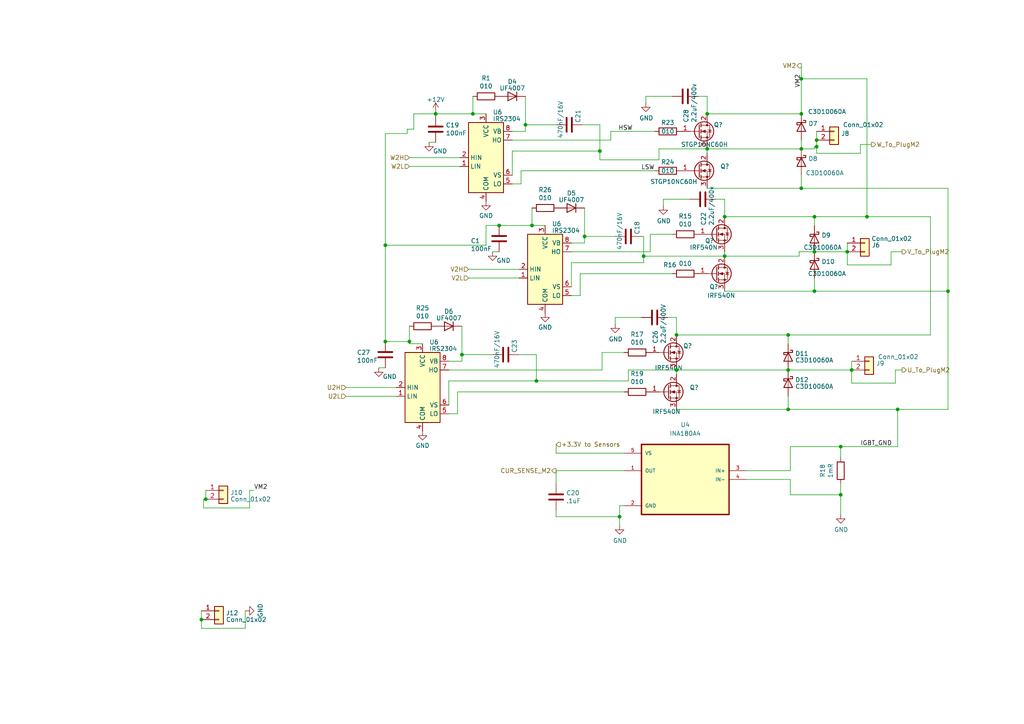
<source format=kicad_sch>
(kicad_sch (version 20230121) (generator eeschema)

  (uuid 2bf395ab-44e1-442f-8cc3-ce5b2994af77)

  (paper "A4")

  (title_block
    (title "DualBLDCPicoV3")
    (date "2024-04-03")
    (rev "3.0")
    (company "Fault Risk")
    (comment 1 "Creative Commons Attribution-NonCommercial-ShareAlike 4.0 International License.")
    (comment 2 "Licensed under ")
  )

  (lib_symbols
    (symbol "Connector_Generic:Conn_01x02" (pin_names (offset 1.016) hide) (in_bom yes) (on_board yes)
      (property "Reference" "J" (at 0 2.54 0)
        (effects (font (size 1.27 1.27)))
      )
      (property "Value" "Conn_01x02" (at 0 -5.08 0)
        (effects (font (size 1.27 1.27)))
      )
      (property "Footprint" "" (at 0 0 0)
        (effects (font (size 1.27 1.27)) hide)
      )
      (property "Datasheet" "~" (at 0 0 0)
        (effects (font (size 1.27 1.27)) hide)
      )
      (property "ki_keywords" "connector" (at 0 0 0)
        (effects (font (size 1.27 1.27)) hide)
      )
      (property "ki_description" "Generic connector, single row, 01x02, script generated (kicad-library-utils/schlib/autogen/connector/)" (at 0 0 0)
        (effects (font (size 1.27 1.27)) hide)
      )
      (property "ki_fp_filters" "Connector*:*_1x??_*" (at 0 0 0)
        (effects (font (size 1.27 1.27)) hide)
      )
      (symbol "Conn_01x02_1_1"
        (rectangle (start -1.27 -2.413) (end 0 -2.667)
          (stroke (width 0.1524) (type default))
          (fill (type none))
        )
        (rectangle (start -1.27 0.127) (end 0 -0.127)
          (stroke (width 0.1524) (type default))
          (fill (type none))
        )
        (rectangle (start -1.27 1.27) (end 1.27 -3.81)
          (stroke (width 0.254) (type default))
          (fill (type background))
        )
        (pin passive line (at -5.08 0 0) (length 3.81)
          (name "Pin_1" (effects (font (size 1.27 1.27))))
          (number "1" (effects (font (size 1.27 1.27))))
        )
        (pin passive line (at -5.08 -2.54 0) (length 3.81)
          (name "Pin_2" (effects (font (size 1.27 1.27))))
          (number "2" (effects (font (size 1.27 1.27))))
        )
      )
    )
    (symbol "Device:C" (pin_numbers hide) (pin_names (offset 0.254)) (in_bom yes) (on_board yes)
      (property "Reference" "C" (at 0.635 2.54 0)
        (effects (font (size 1.27 1.27)) (justify left))
      )
      (property "Value" "C" (at 0.635 -2.54 0)
        (effects (font (size 1.27 1.27)) (justify left))
      )
      (property "Footprint" "" (at 0.9652 -3.81 0)
        (effects (font (size 1.27 1.27)) hide)
      )
      (property "Datasheet" "~" (at 0 0 0)
        (effects (font (size 1.27 1.27)) hide)
      )
      (property "ki_keywords" "cap capacitor" (at 0 0 0)
        (effects (font (size 1.27 1.27)) hide)
      )
      (property "ki_description" "Unpolarized capacitor" (at 0 0 0)
        (effects (font (size 1.27 1.27)) hide)
      )
      (property "ki_fp_filters" "C_*" (at 0 0 0)
        (effects (font (size 1.27 1.27)) hide)
      )
      (symbol "C_0_1"
        (polyline
          (pts
            (xy -2.032 -0.762)
            (xy 2.032 -0.762)
          )
          (stroke (width 0.508) (type default))
          (fill (type none))
        )
        (polyline
          (pts
            (xy -2.032 0.762)
            (xy 2.032 0.762)
          )
          (stroke (width 0.508) (type default))
          (fill (type none))
        )
      )
      (symbol "C_1_1"
        (pin passive line (at 0 3.81 270) (length 2.794)
          (name "~" (effects (font (size 1.27 1.27))))
          (number "1" (effects (font (size 1.27 1.27))))
        )
        (pin passive line (at 0 -3.81 90) (length 2.794)
          (name "~" (effects (font (size 1.27 1.27))))
          (number "2" (effects (font (size 1.27 1.27))))
        )
      )
    )
    (symbol "Device:R" (pin_numbers hide) (pin_names (offset 0)) (in_bom yes) (on_board yes)
      (property "Reference" "R" (at 2.032 0 90)
        (effects (font (size 1.27 1.27)))
      )
      (property "Value" "R" (at 0 0 90)
        (effects (font (size 1.27 1.27)))
      )
      (property "Footprint" "" (at -1.778 0 90)
        (effects (font (size 1.27 1.27)) hide)
      )
      (property "Datasheet" "~" (at 0 0 0)
        (effects (font (size 1.27 1.27)) hide)
      )
      (property "ki_keywords" "R res resistor" (at 0 0 0)
        (effects (font (size 1.27 1.27)) hide)
      )
      (property "ki_description" "Resistor" (at 0 0 0)
        (effects (font (size 1.27 1.27)) hide)
      )
      (property "ki_fp_filters" "R_*" (at 0 0 0)
        (effects (font (size 1.27 1.27)) hide)
      )
      (symbol "R_0_1"
        (rectangle (start -1.016 -2.54) (end 1.016 2.54)
          (stroke (width 0.254) (type default))
          (fill (type none))
        )
      )
      (symbol "R_1_1"
        (pin passive line (at 0 3.81 270) (length 1.27)
          (name "~" (effects (font (size 1.27 1.27))))
          (number "1" (effects (font (size 1.27 1.27))))
        )
        (pin passive line (at 0 -3.81 90) (length 1.27)
          (name "~" (effects (font (size 1.27 1.27))))
          (number "2" (effects (font (size 1.27 1.27))))
        )
      )
    )
    (symbol "Diode:1N4007" (pin_numbers hide) (pin_names hide) (in_bom yes) (on_board yes)
      (property "Reference" "D" (at 0 2.54 0)
        (effects (font (size 1.27 1.27)))
      )
      (property "Value" "1N4007" (at 0 -2.54 0)
        (effects (font (size 1.27 1.27)))
      )
      (property "Footprint" "Diode_THT:D_DO-41_SOD81_P10.16mm_Horizontal" (at 0 -4.445 0)
        (effects (font (size 1.27 1.27)) hide)
      )
      (property "Datasheet" "http://www.vishay.com/docs/88503/1n4001.pdf" (at 0 0 0)
        (effects (font (size 1.27 1.27)) hide)
      )
      (property "Sim.Device" "D" (at 0 0 0)
        (effects (font (size 1.27 1.27)) hide)
      )
      (property "Sim.Pins" "1=K 2=A" (at 0 0 0)
        (effects (font (size 1.27 1.27)) hide)
      )
      (property "ki_keywords" "diode" (at 0 0 0)
        (effects (font (size 1.27 1.27)) hide)
      )
      (property "ki_description" "1000V 1A General Purpose Rectifier Diode, DO-41" (at 0 0 0)
        (effects (font (size 1.27 1.27)) hide)
      )
      (property "ki_fp_filters" "D*DO?41*" (at 0 0 0)
        (effects (font (size 1.27 1.27)) hide)
      )
      (symbol "1N4007_0_1"
        (polyline
          (pts
            (xy -1.27 1.27)
            (xy -1.27 -1.27)
          )
          (stroke (width 0.254) (type default))
          (fill (type none))
        )
        (polyline
          (pts
            (xy 1.27 0)
            (xy -1.27 0)
          )
          (stroke (width 0) (type default))
          (fill (type none))
        )
        (polyline
          (pts
            (xy 1.27 1.27)
            (xy 1.27 -1.27)
            (xy -1.27 0)
            (xy 1.27 1.27)
          )
          (stroke (width 0.254) (type default))
          (fill (type none))
        )
      )
      (symbol "1N4007_1_1"
        (pin passive line (at -3.81 0 0) (length 2.54)
          (name "K" (effects (font (size 1.27 1.27))))
          (number "1" (effects (font (size 1.27 1.27))))
        )
        (pin passive line (at 3.81 0 180) (length 2.54)
          (name "A" (effects (font (size 1.27 1.27))))
          (number "2" (effects (font (size 1.27 1.27))))
        )
      )
    )
    (symbol "Diode:C3D10060A" (pin_numbers hide) (pin_names (offset 1.016) hide) (in_bom yes) (on_board yes)
      (property "Reference" "D" (at 0 2.54 0)
        (effects (font (size 1.27 1.27)))
      )
      (property "Value" "C3D10060A" (at 0 -2.54 0)
        (effects (font (size 1.27 1.27)))
      )
      (property "Footprint" "Package_TO_SOT_THT:TO-220-2_Vertical" (at 0 -4.445 0)
        (effects (font (size 1.27 1.27)) hide)
      )
      (property "Datasheet" "https://www.wolfspeed.com/media/downloads/842/C3D10060A.pdf" (at 0 0 0)
        (effects (font (size 1.27 1.27)) hide)
      )
      (property "ki_keywords" "sic diode" (at 0 0 0)
        (effects (font (size 1.27 1.27)) hide)
      )
      (property "ki_description" "600V, 10A, SiC Schottky Diode, TO-220" (at 0 0 0)
        (effects (font (size 1.27 1.27)) hide)
      )
      (property "ki_fp_filters" "TO?220*" (at 0 0 0)
        (effects (font (size 1.27 1.27)) hide)
      )
      (symbol "C3D10060A_0_1"
        (polyline
          (pts
            (xy 1.27 0)
            (xy -1.27 0)
          )
          (stroke (width 0) (type default))
          (fill (type none))
        )
        (polyline
          (pts
            (xy 1.27 1.27)
            (xy 1.27 -1.27)
            (xy -1.27 0)
            (xy 1.27 1.27)
          )
          (stroke (width 0.254) (type default))
          (fill (type none))
        )
        (polyline
          (pts
            (xy -1.905 0.635)
            (xy -1.905 1.27)
            (xy -1.27 1.27)
            (xy -1.27 -1.27)
            (xy -0.635 -1.27)
            (xy -0.635 -0.635)
          )
          (stroke (width 0.254) (type default))
          (fill (type none))
        )
      )
      (symbol "C3D10060A_1_1"
        (pin passive line (at -3.81 0 0) (length 2.54)
          (name "K" (effects (font (size 1.27 1.27))))
          (number "1" (effects (font (size 1.27 1.27))))
        )
        (pin passive line (at 3.81 0 180) (length 2.54)
          (name "A" (effects (font (size 1.27 1.27))))
          (number "2" (effects (font (size 1.27 1.27))))
        )
      )
    )
    (symbol "Driver_FET:IRS2304" (in_bom yes) (on_board yes)
      (property "Reference" "U" (at 1.27 13.335 0)
        (effects (font (size 1.27 1.27)) (justify left))
      )
      (property "Value" "IRS2304" (at 1.27 11.43 0)
        (effects (font (size 1.27 1.27)) (justify left))
      )
      (property "Footprint" "" (at 0 0 0)
        (effects (font (size 1.27 1.27) italic) hide)
      )
      (property "Datasheet" "https://www.infineon.com/dgdl/irs2304spbf.pdf?fileId=5546d462533600a40153567a8fe72802" (at 0 0 0)
        (effects (font (size 1.27 1.27)) hide)
      )
      (property "ki_keywords" "Gate Driver" (at 0 0 0)
        (effects (font (size 1.27 1.27)) hide)
      )
      (property "ki_description" "Half-Bridge Driver, 600V, 290/600mA, PDIP-8/SOIC-8" (at 0 0 0)
        (effects (font (size 1.27 1.27)) hide)
      )
      (property "ki_fp_filters" "SOIC*3.9x4.9mm*P1.27mm* DIP*W7.62mm*" (at 0 0 0)
        (effects (font (size 1.27 1.27)) hide)
      )
      (symbol "IRS2304_0_1"
        (rectangle (start -5.08 -10.16) (end 5.08 10.16)
          (stroke (width 0.254) (type default))
          (fill (type background))
        )
      )
      (symbol "IRS2304_1_1"
        (pin input line (at -7.62 -2.54 0) (length 2.54)
          (name "LIN" (effects (font (size 1.27 1.27))))
          (number "1" (effects (font (size 1.27 1.27))))
        )
        (pin input line (at -7.62 0 0) (length 2.54)
          (name "HIN" (effects (font (size 1.27 1.27))))
          (number "2" (effects (font (size 1.27 1.27))))
        )
        (pin power_in line (at 0 12.7 270) (length 2.54)
          (name "VCC" (effects (font (size 1.27 1.27))))
          (number "3" (effects (font (size 1.27 1.27))))
        )
        (pin power_in line (at 0 -12.7 90) (length 2.54)
          (name "COM" (effects (font (size 1.27 1.27))))
          (number "4" (effects (font (size 1.27 1.27))))
        )
        (pin output line (at 7.62 -7.62 180) (length 2.54)
          (name "LO" (effects (font (size 1.27 1.27))))
          (number "5" (effects (font (size 1.27 1.27))))
        )
        (pin passive line (at 7.62 -5.08 180) (length 2.54)
          (name "VS" (effects (font (size 1.27 1.27))))
          (number "6" (effects (font (size 1.27 1.27))))
        )
        (pin output line (at 7.62 5.08 180) (length 2.54)
          (name "HO" (effects (font (size 1.27 1.27))))
          (number "7" (effects (font (size 1.27 1.27))))
        )
        (pin passive line (at 7.62 7.62 180) (length 2.54)
          (name "VB" (effects (font (size 1.27 1.27))))
          (number "8" (effects (font (size 1.27 1.27))))
        )
      )
    )
    (symbol "GND_1" (power) (pin_names (offset 0)) (in_bom yes) (on_board yes)
      (property "Reference" "#PWR" (at 0 -6.35 0)
        (effects (font (size 1.27 1.27)) hide)
      )
      (property "Value" "GND_1" (at 0 -3.81 0)
        (effects (font (size 1.27 1.27)))
      )
      (property "Footprint" "" (at 0 0 0)
        (effects (font (size 1.27 1.27)) hide)
      )
      (property "Datasheet" "" (at 0 0 0)
        (effects (font (size 1.27 1.27)) hide)
      )
      (property "ki_keywords" "global power" (at 0 0 0)
        (effects (font (size 1.27 1.27)) hide)
      )
      (property "ki_description" "Power symbol creates a global label with name \"GND\" , ground" (at 0 0 0)
        (effects (font (size 1.27 1.27)) hide)
      )
      (symbol "GND_1_0_1"
        (polyline
          (pts
            (xy 0 0)
            (xy 0 -1.27)
            (xy 1.27 -1.27)
            (xy 0 -2.54)
            (xy -1.27 -1.27)
            (xy 0 -1.27)
          )
          (stroke (width 0) (type default))
          (fill (type none))
        )
      )
      (symbol "GND_1_1_1"
        (pin power_in line (at 0 0 270) (length 0) hide
          (name "GND" (effects (font (size 1.27 1.27))))
          (number "1" (effects (font (size 1.27 1.27))))
        )
      )
    )
    (symbol "INA180A3IDBVR:INA180A3IDBVR" (pin_names (offset 1.016)) (in_bom yes) (on_board yes)
      (property "Reference" "U" (at -12.7 11.1506 0)
        (effects (font (size 1.27 1.27)) (justify left bottom))
      )
      (property "Value" "INA180A3IDBVR" (at -12.7 -14.1478 0)
        (effects (font (size 1.27 1.27)) (justify left bottom))
      )
      (property "Footprint" "SOT95P280X145-5N" (at 0 0 0)
        (effects (font (size 1.27 1.27)) (justify left bottom) hide)
      )
      (property "Datasheet" "" (at 0 0 0)
        (effects (font (size 1.27 1.27)) (justify left bottom) hide)
      )
      (property "ki_locked" "" (at 0 0 0)
        (effects (font (size 1.27 1.27)))
      )
      (symbol "INA180A3IDBVR_0_0"
        (rectangle (start -12.7 -10.16) (end 12.7 10.16)
          (stroke (width 0.4064) (type default))
          (fill (type background))
        )
        (pin output line (at 17.78 2.54 180) (length 5.08)
          (name "OUT" (effects (font (size 1.016 1.016))))
          (number "1" (effects (font (size 1.016 1.016))))
        )
        (pin power_in line (at 17.78 -7.62 180) (length 5.08)
          (name "GND" (effects (font (size 1.016 1.016))))
          (number "2" (effects (font (size 1.016 1.016))))
        )
        (pin input line (at -17.78 2.54 0) (length 5.08)
          (name "IN+" (effects (font (size 1.016 1.016))))
          (number "3" (effects (font (size 1.016 1.016))))
        )
        (pin input line (at -17.78 0 0) (length 5.08)
          (name "IN-" (effects (font (size 1.016 1.016))))
          (number "4" (effects (font (size 1.016 1.016))))
        )
        (pin power_in line (at 17.78 7.62 180) (length 5.08)
          (name "VS" (effects (font (size 1.016 1.016))))
          (number "5" (effects (font (size 1.016 1.016))))
        )
      )
    )
    (symbol "Transistor_FET:IRF540N" (pin_names hide) (in_bom yes) (on_board yes)
      (property "Reference" "Q" (at 6.35 1.905 0)
        (effects (font (size 1.27 1.27)) (justify left))
      )
      (property "Value" "IRF540N" (at 6.35 0 0)
        (effects (font (size 1.27 1.27)) (justify left))
      )
      (property "Footprint" "Package_TO_SOT_THT:TO-220-3_Vertical" (at 6.35 -1.905 0)
        (effects (font (size 1.27 1.27) italic) (justify left) hide)
      )
      (property "Datasheet" "" (at 0 0 0)
        (effects (font (size 1.27 1.27)) (justify left) hide)
      )
      (property "ki_keywords" "HEXFET N-Channel MOSFET" (at 0 0 0)
        (effects (font (size 1.27 1.27)) hide)
      )
      (property "ki_description" "33A Id, 100V Vds, HEXFET N-Channel MOSFET, TO-220" (at 0 0 0)
        (effects (font (size 1.27 1.27)) hide)
      )
      (property "ki_fp_filters" "TO?220*" (at 0 0 0)
        (effects (font (size 1.27 1.27)) hide)
      )
      (symbol "IRF540N_0_1"
        (polyline
          (pts
            (xy 0.254 0)
            (xy -2.54 0)
          )
          (stroke (width 0) (type default))
          (fill (type none))
        )
        (polyline
          (pts
            (xy 0.254 1.905)
            (xy 0.254 -1.905)
          )
          (stroke (width 0.254) (type default))
          (fill (type none))
        )
        (polyline
          (pts
            (xy 0.762 -1.27)
            (xy 0.762 -2.286)
          )
          (stroke (width 0.254) (type default))
          (fill (type none))
        )
        (polyline
          (pts
            (xy 0.762 0.508)
            (xy 0.762 -0.508)
          )
          (stroke (width 0.254) (type default))
          (fill (type none))
        )
        (polyline
          (pts
            (xy 0.762 2.286)
            (xy 0.762 1.27)
          )
          (stroke (width 0.254) (type default))
          (fill (type none))
        )
        (polyline
          (pts
            (xy 2.54 2.54)
            (xy 2.54 1.778)
          )
          (stroke (width 0) (type default))
          (fill (type none))
        )
        (polyline
          (pts
            (xy 2.54 -2.54)
            (xy 2.54 0)
            (xy 0.762 0)
          )
          (stroke (width 0) (type default))
          (fill (type none))
        )
        (polyline
          (pts
            (xy 0.762 -1.778)
            (xy 3.302 -1.778)
            (xy 3.302 1.778)
            (xy 0.762 1.778)
          )
          (stroke (width 0) (type default))
          (fill (type none))
        )
        (polyline
          (pts
            (xy 1.016 0)
            (xy 2.032 0.381)
            (xy 2.032 -0.381)
            (xy 1.016 0)
          )
          (stroke (width 0) (type default))
          (fill (type outline))
        )
        (polyline
          (pts
            (xy 2.794 0.508)
            (xy 2.921 0.381)
            (xy 3.683 0.381)
            (xy 3.81 0.254)
          )
          (stroke (width 0) (type default))
          (fill (type none))
        )
        (polyline
          (pts
            (xy 3.302 0.381)
            (xy 2.921 -0.254)
            (xy 3.683 -0.254)
            (xy 3.302 0.381)
          )
          (stroke (width 0) (type default))
          (fill (type none))
        )
        (circle (center 1.651 0) (radius 2.794)
          (stroke (width 0.254) (type default))
          (fill (type none))
        )
        (circle (center 2.54 -1.778) (radius 0.254)
          (stroke (width 0) (type default))
          (fill (type outline))
        )
        (circle (center 2.54 1.778) (radius 0.254)
          (stroke (width 0) (type default))
          (fill (type outline))
        )
      )
      (symbol "IRF540N_1_1"
        (pin input line (at -5.08 0 0) (length 2.54)
          (name "G" (effects (font (size 1.27 1.27))))
          (number "1" (effects (font (size 1.27 1.27))))
        )
        (pin passive line (at 2.54 5.08 270) (length 2.54)
          (name "D" (effects (font (size 1.27 1.27))))
          (number "2" (effects (font (size 1.27 1.27))))
        )
        (pin passive line (at 2.54 -5.08 90) (length 2.54)
          (name "S" (effects (font (size 1.27 1.27))))
          (number "3" (effects (font (size 1.27 1.27))))
        )
      )
    )
    (symbol "power:+12V" (power) (pin_names (offset 0)) (in_bom yes) (on_board yes)
      (property "Reference" "#PWR" (at 0 -3.81 0)
        (effects (font (size 1.27 1.27)) hide)
      )
      (property "Value" "+12V" (at 0 3.556 0)
        (effects (font (size 1.27 1.27)))
      )
      (property "Footprint" "" (at 0 0 0)
        (effects (font (size 1.27 1.27)) hide)
      )
      (property "Datasheet" "" (at 0 0 0)
        (effects (font (size 1.27 1.27)) hide)
      )
      (property "ki_keywords" "global power" (at 0 0 0)
        (effects (font (size 1.27 1.27)) hide)
      )
      (property "ki_description" "Power symbol creates a global label with name \"+12V\"" (at 0 0 0)
        (effects (font (size 1.27 1.27)) hide)
      )
      (symbol "+12V_0_1"
        (polyline
          (pts
            (xy -0.762 1.27)
            (xy 0 2.54)
          )
          (stroke (width 0) (type default))
          (fill (type none))
        )
        (polyline
          (pts
            (xy 0 0)
            (xy 0 2.54)
          )
          (stroke (width 0) (type default))
          (fill (type none))
        )
        (polyline
          (pts
            (xy 0 2.54)
            (xy 0.762 1.27)
          )
          (stroke (width 0) (type default))
          (fill (type none))
        )
      )
      (symbol "+12V_1_1"
        (pin power_in line (at 0 0 90) (length 0) hide
          (name "+12V" (effects (font (size 1.27 1.27))))
          (number "1" (effects (font (size 1.27 1.27))))
        )
      )
    )
    (symbol "power:GND" (power) (pin_names (offset 0)) (in_bom yes) (on_board yes)
      (property "Reference" "#PWR" (at 0 -6.35 0)
        (effects (font (size 1.27 1.27)) hide)
      )
      (property "Value" "GND" (at 0 -3.81 0)
        (effects (font (size 1.27 1.27)))
      )
      (property "Footprint" "" (at 0 0 0)
        (effects (font (size 1.27 1.27)) hide)
      )
      (property "Datasheet" "" (at 0 0 0)
        (effects (font (size 1.27 1.27)) hide)
      )
      (property "ki_keywords" "power-flag" (at 0 0 0)
        (effects (font (size 1.27 1.27)) hide)
      )
      (property "ki_description" "Power symbol creates a global label with name \"GND\" , ground" (at 0 0 0)
        (effects (font (size 1.27 1.27)) hide)
      )
      (symbol "GND_0_1"
        (polyline
          (pts
            (xy 0 0)
            (xy 0 -1.27)
            (xy 1.27 -1.27)
            (xy 0 -2.54)
            (xy -1.27 -1.27)
            (xy 0 -1.27)
          )
          (stroke (width 0) (type default))
          (fill (type none))
        )
      )
      (symbol "GND_1_1"
        (pin power_in line (at 0 0 270) (length 0) hide
          (name "GND" (effects (font (size 1.27 1.27))))
          (number "1" (effects (font (size 1.27 1.27))))
        )
      )
    )
  )

  (junction (at 243.84 129.54) (diameter 0) (color 0 0 0 0)
    (uuid 0405ab74-64ce-487a-a2f0-2f29a7be93ca)
  )
  (junction (at 274.955 84.455) (diameter 0) (color 0 0 0 0)
    (uuid 04fd8d2d-9d50-48b5-adb8-4fb2af5ae8c7)
  )
  (junction (at 59.69 144.78) (diameter 0) (color 0 0 0 0)
    (uuid 062f5ad6-fa55-4a0b-96ae-9b3da42bbd92)
  )
  (junction (at 179.705 149.86) (diameter 0) (color 0 0 0 0)
    (uuid 0966b841-e3fe-44c2-99e7-7bfbf9ad110d)
  )
  (junction (at 228.6 107.315) (diameter 0) (color 0 0 0 0)
    (uuid 0a22d00b-d1a3-4d75-a01a-dd6cd131e571)
  )
  (junction (at 173.99 43.815) (diameter 0) (color 0 0 0 0)
    (uuid 0aa59ba3-cc33-495e-a4b7-44f66adcc64f)
  )
  (junction (at 137.16 33.02) (diameter 0) (color 0 0 0 0)
    (uuid 14357fd5-cc5d-4e6e-b5b0-15ccbec0ccd6)
  )
  (junction (at 205.105 33.02) (diameter 0) (color 0 0 0 0)
    (uuid 189189fc-0d1f-4b9d-90c2-59bd8d8ed0bb)
  )
  (junction (at 118.745 99.06) (diameter 0) (color 0 0 0 0)
    (uuid 1946c853-41d5-4fee-8f87-f8166ee355f5)
  )
  (junction (at 126.365 33.02) (diameter 0) (color 0 0 0 0)
    (uuid 277a3258-e6fa-4dcf-b64e-3540706ff322)
  )
  (junction (at 169.545 68.58) (diameter 0) (color 0 0 0 0)
    (uuid 2e02a882-bb75-49f5-82be-b8666209664f)
  )
  (junction (at 228.6 118.745) (diameter 0) (color 0 0 0 0)
    (uuid 34cc37ae-4d6e-4ee4-87fd-9e6263be0ece)
  )
  (junction (at 152.4 36.195) (diameter 0) (color 0 0 0 0)
    (uuid 3bf947a6-3c90-46ce-8e7e-a99948166830)
  )
  (junction (at 210.185 74.295) (diameter 0) (color 0 0 0 0)
    (uuid 44acfbf4-2b58-4ad9-a630-26c8a5903ae4)
  )
  (junction (at 243.84 143.51) (diameter 0) (color 0 0 0 0)
    (uuid 476f5829-026b-4a4a-a6b6-098c914df4fd)
  )
  (junction (at 232.41 22.86) (diameter 0) (color 0 0 0 0)
    (uuid 4c1597ab-2ea5-4331-bc1a-9ccec8c45f8c)
  )
  (junction (at 251.46 62.865) (diameter 0) (color 0 0 0 0)
    (uuid 51bfda5c-7bc7-4814-ad1e-6e6c72e83146)
  )
  (junction (at 232.41 54.61) (diameter 0) (color 0 0 0 0)
    (uuid 51ffee39-13a6-451d-8f41-2527b5a033c4)
  )
  (junction (at 144.78 65.405) (diameter 0) (color 0 0 0 0)
    (uuid 59ecad8c-7734-4e1d-912d-7330ce5e1c1b)
  )
  (junction (at 232.41 43.18) (diameter 0) (color 0 0 0 0)
    (uuid 6b2e4046-6f56-4d1a-86e8-7ff87402a0b2)
  )
  (junction (at 236.22 73.025) (diameter 0) (color 0 0 0 0)
    (uuid 6c3347d6-11f9-4893-8356-d6b95b203d39)
  )
  (junction (at 260.35 118.745) (diameter 0) (color 0 0 0 0)
    (uuid 70416177-3c5a-4a1d-9853-e17b5a9a3eef)
  )
  (junction (at 186.69 74.295) (diameter 0) (color 0 0 0 0)
    (uuid 733ca096-0a52-42d4-ba2e-7e4d13a37979)
  )
  (junction (at 111.76 71.12) (diameter 0) (color 0 0 0 0)
    (uuid 7401f032-6c65-496f-8ad5-d2ebccde2554)
  )
  (junction (at 196.215 107.315) (diameter 0) (color 0 0 0 0)
    (uuid 75fe2401-b361-4103-8e9b-1b609c6cd00f)
  )
  (junction (at 58.42 179.705) (diameter 0) (color 0 0 0 0)
    (uuid 7933b700-b4d7-4f5d-837e-91138ba58a45)
  )
  (junction (at 205.105 43.18) (diameter 0) (color 0 0 0 0)
    (uuid 7d704575-1178-4fec-99b8-a1085d68e92d)
  )
  (junction (at 210.185 62.865) (diameter 0) (color 0 0 0 0)
    (uuid 7d78e399-fb46-40f0-a2dc-3e3dd173189e)
  )
  (junction (at 236.855 40.64) (diameter 0) (color 0 0 0 0)
    (uuid 7f93b99b-0c7f-4aba-8fb2-029003e474d4)
  )
  (junction (at 228.6 97.155) (diameter 0) (color 0 0 0 0)
    (uuid 85576e6b-fb17-4665-a2b3-392c79377dfb)
  )
  (junction (at 236.855 42.545) (diameter 0) (color 0 0 0 0)
    (uuid 8cfd3b6f-521d-4cf4-b522-7ca33d03b8bc)
  )
  (junction (at 133.985 102.87) (diameter 0) (color 0 0 0 0)
    (uuid 934030a4-fc92-45cb-8082-4529520b05ac)
  )
  (junction (at 247.015 107.315) (diameter 0) (color 0 0 0 0)
    (uuid c23a3236-287b-48f4-b45c-052052611eac)
  )
  (junction (at 154.305 65.405) (diameter 0) (color 0 0 0 0)
    (uuid cae92b79-caf0-4e3f-aff2-6d2923e30e58)
  )
  (junction (at 236.22 62.865) (diameter 0) (color 0 0 0 0)
    (uuid d3f9f16d-219d-43b8-a2cd-281801a5ca88)
  )
  (junction (at 232.41 33.02) (diameter 0) (color 0 0 0 0)
    (uuid dbc2da80-d8f5-4d8a-85e0-e3c57c0e6b14)
  )
  (junction (at 111.76 99.06) (diameter 0) (color 0 0 0 0)
    (uuid e89daad1-1659-4505-a76f-5b826d9a3806)
  )
  (junction (at 196.215 97.155) (diameter 0) (color 0 0 0 0)
    (uuid eb1046ab-08ab-49d6-8fa0-b39a35aa2eea)
  )
  (junction (at 236.22 84.455) (diameter 0) (color 0 0 0 0)
    (uuid ed0f7b3e-5409-4c5f-8552-1041257c78ca)
  )
  (junction (at 155.575 110.49) (diameter 0) (color 0 0 0 0)
    (uuid f8217a53-32f4-4c46-ac5b-4a03cc677576)
  )
  (junction (at 245.745 73.025) (diameter 0) (color 0 0 0 0)
    (uuid ff7f1e87-bf6e-40e5-8704-1593e1a60b74)
  )

  (wire (pts (xy 71.12 177.165) (xy 71.12 182.245))
    (stroke (width 0) (type default))
    (uuid 03de53fe-7d53-488c-8f8b-dce3c9316ce3)
  )
  (wire (pts (xy 232.41 19.05) (xy 232.41 22.86))
    (stroke (width 0) (type default))
    (uuid 04163bc6-4441-4626-902f-4f8d49b31685)
  )
  (wire (pts (xy 132.715 113.665) (xy 132.715 120.015))
    (stroke (width 0) (type default))
    (uuid 060500db-dce6-403b-92e6-ccce306cc23a)
  )
  (wire (pts (xy 151.13 49.53) (xy 151.13 53.34))
    (stroke (width 0) (type default))
    (uuid 06c269ba-a001-463f-a154-fe234f3ed0bf)
  )
  (wire (pts (xy 236.22 62.865) (xy 251.46 62.865))
    (stroke (width 0) (type default))
    (uuid 0a463173-a632-4fda-8496-3a8faa5d39da)
  )
  (wire (pts (xy 161.29 147.955) (xy 161.29 149.86))
    (stroke (width 0) (type default))
    (uuid 0c497738-d182-4112-bab1-acdcbd5c7208)
  )
  (wire (pts (xy 151.13 53.34) (xy 148.59 53.34))
    (stroke (width 0) (type default))
    (uuid 0df14b78-15a1-4bfe-a85b-a616934ff82f)
  )
  (wire (pts (xy 180.975 146.685) (xy 179.705 146.685))
    (stroke (width 0) (type default))
    (uuid 0e902afd-6838-46c0-a519-e7500ced3b46)
  )
  (wire (pts (xy 133.35 48.26) (xy 118.745 48.26))
    (stroke (width 0) (type default))
    (uuid 0ead6fd9-16b4-44df-9950-402ed67b06d5)
  )
  (wire (pts (xy 111.76 38.735) (xy 111.76 71.12))
    (stroke (width 0) (type default))
    (uuid 0eeb9266-2bdf-471d-8c45-a3dbae7d3c45)
  )
  (wire (pts (xy 169.545 70.485) (xy 165.735 70.485))
    (stroke (width 0) (type default))
    (uuid 110ee731-e52a-4838-bf8f-3f3a01f16c1e)
  )
  (wire (pts (xy 133.985 94.615) (xy 133.985 102.87))
    (stroke (width 0) (type default))
    (uuid 115b8030-15c8-4d12-b27d-8aacd92518b3)
  )
  (wire (pts (xy 150.495 102.87) (xy 155.575 102.87))
    (stroke (width 0) (type default))
    (uuid 12101784-2947-44e3-bde4-b0d744479151)
  )
  (wire (pts (xy 236.22 80.645) (xy 236.22 84.455))
    (stroke (width 0) (type default))
    (uuid 132f6d76-175e-478d-b978-d11519b00d85)
  )
  (wire (pts (xy 173.99 46.355) (xy 191.135 46.355))
    (stroke (width 0) (type default))
    (uuid 166873b9-b93b-4318-b57b-b85131f43ee0)
  )
  (wire (pts (xy 179.705 149.86) (xy 179.705 152.4))
    (stroke (width 0) (type default))
    (uuid 178c7b7c-8ab1-4600-90b6-2889dec99bde)
  )
  (wire (pts (xy 120.015 37.465) (xy 118.11 37.465))
    (stroke (width 0) (type default))
    (uuid 1867de53-4ad8-466a-8e7c-7d7d614f068b)
  )
  (wire (pts (xy 144.78 73.025) (xy 142.875 73.025))
    (stroke (width 0) (type default))
    (uuid 18ee19f5-ca72-4b3f-aa14-39939fe8ef4e)
  )
  (wire (pts (xy 72.39 142.24) (xy 73.66 142.24))
    (stroke (width 0) (type default))
    (uuid 19ea8ccf-d82e-4f4a-88b6-960dc3305737)
  )
  (wire (pts (xy 186.69 74.295) (xy 210.185 74.295))
    (stroke (width 0) (type default))
    (uuid 1f2f6aac-9a69-422a-8eb9-3705a0cb01dc)
  )
  (wire (pts (xy 194.945 27.94) (xy 187.325 27.94))
    (stroke (width 0) (type default))
    (uuid 1f7bb7bf-e5ef-4c52-9773-46ee6be2ee3e)
  )
  (wire (pts (xy 259.715 111.125) (xy 247.015 111.125))
    (stroke (width 0) (type default))
    (uuid 1fa7b64a-e77a-45c6-835b-6725890282a3)
  )
  (wire (pts (xy 111.76 38.735) (xy 118.11 38.735))
    (stroke (width 0) (type default))
    (uuid 1feb9fc4-a5bc-4b05-bdf5-b8bb5a638ad7)
  )
  (wire (pts (xy 236.855 40.64) (xy 236.855 42.545))
    (stroke (width 0) (type default))
    (uuid 2083d728-1812-4109-bf58-301ec9d833a6)
  )
  (wire (pts (xy 243.84 129.54) (xy 243.84 132.715))
    (stroke (width 0) (type default))
    (uuid 20846b5b-67b0-413a-81f8-f6822a442104)
  )
  (wire (pts (xy 111.76 106.68) (xy 109.855 106.68))
    (stroke (width 0) (type default))
    (uuid 22ccae8a-8cda-401d-8afd-6b1dc6623c2a)
  )
  (wire (pts (xy 133.35 45.72) (xy 118.745 45.72))
    (stroke (width 0) (type default))
    (uuid 23a7bf2e-f5c2-4555-a037-8acaadfb40ca)
  )
  (wire (pts (xy 182.245 107.315) (xy 196.215 107.315))
    (stroke (width 0) (type default))
    (uuid 247b28ce-24dd-4895-85e3-4a1310a7ba72)
  )
  (wire (pts (xy 229.235 143.51) (xy 243.84 143.51))
    (stroke (width 0) (type default))
    (uuid 272e4831-f66f-4c11-9281-d567a461f5a5)
  )
  (wire (pts (xy 152.4 36.195) (xy 161.29 36.195))
    (stroke (width 0) (type default))
    (uuid 275ed56f-9515-491c-a5a6-d7c2079c9cef)
  )
  (wire (pts (xy 161.29 136.525) (xy 161.29 140.335))
    (stroke (width 0) (type default))
    (uuid 29b35a55-90d4-4b9c-8840-453ed77e08fd)
  )
  (wire (pts (xy 72.39 142.24) (xy 72.39 147.32))
    (stroke (width 0) (type default))
    (uuid 2b6d390d-e52f-44df-9cd1-dad8ab23d75a)
  )
  (wire (pts (xy 196.215 107.315) (xy 196.215 108.585))
    (stroke (width 0) (type default))
    (uuid 2ba87df0-ede1-4f1d-ae05-2c5ad88f8bae)
  )
  (wire (pts (xy 152.4 36.195) (xy 152.4 38.1))
    (stroke (width 0) (type default))
    (uuid 2bb0fc8d-7270-472f-b673-96e6ebe1a691)
  )
  (wire (pts (xy 274.955 84.455) (xy 274.955 118.745))
    (stroke (width 0) (type default))
    (uuid 2ce94122-0115-4a20-af70-1459f8f57d75)
  )
  (wire (pts (xy 231.775 73.025) (xy 231.775 74.295))
    (stroke (width 0) (type default))
    (uuid 2d1682fe-c42c-46fb-baed-cb140b50e952)
  )
  (wire (pts (xy 186.055 92.075) (xy 178.435 92.075))
    (stroke (width 0) (type default))
    (uuid 2d6b859a-1744-47c1-9184-285243b68fc1)
  )
  (wire (pts (xy 118.745 99.06) (xy 118.745 99.695))
    (stroke (width 0) (type default))
    (uuid 30cb3c92-9d04-4b98-a3d6-fd4bd60c4ef0)
  )
  (wire (pts (xy 133.985 102.87) (xy 142.875 102.87))
    (stroke (width 0) (type default))
    (uuid 324ddb3c-c535-4a32-97ca-bd9db5bbb27f)
  )
  (wire (pts (xy 111.76 71.12) (xy 111.76 99.06))
    (stroke (width 0) (type default))
    (uuid 34777138-006a-426c-9372-daab9a8ad492)
  )
  (wire (pts (xy 186.055 68.58) (xy 186.69 68.58))
    (stroke (width 0) (type default))
    (uuid 34c10ea9-9318-419d-b0cc-8d1a7dddfebc)
  )
  (wire (pts (xy 118.745 99.695) (xy 122.555 99.695))
    (stroke (width 0) (type default))
    (uuid 3515c1d8-67fa-4cea-800f-59021a9cc71c)
  )
  (wire (pts (xy 229.235 139.065) (xy 229.235 143.51))
    (stroke (width 0) (type default))
    (uuid 3569433c-0aff-4e33-99de-18d45ccbd4de)
  )
  (wire (pts (xy 232.41 22.86) (xy 251.46 22.86))
    (stroke (width 0) (type default))
    (uuid 356fa9bd-e767-4faa-8045-d6754ab6a3b3)
  )
  (wire (pts (xy 58.42 177.165) (xy 58.42 179.705))
    (stroke (width 0) (type default))
    (uuid 3997eaf6-7db6-40e2-b688-adeabd3c4f60)
  )
  (wire (pts (xy 186.69 68.58) (xy 186.69 74.295))
    (stroke (width 0) (type default))
    (uuid 3b064a21-2f5c-43b2-b242-91946b709107)
  )
  (wire (pts (xy 205.105 27.94) (xy 205.105 33.02))
    (stroke (width 0) (type default))
    (uuid 3b1a602d-c502-45e7-ad37-ccf74f2c2eea)
  )
  (wire (pts (xy 192.405 57.785) (xy 192.405 59.69))
    (stroke (width 0) (type default))
    (uuid 3d372d11-ba3c-4d9b-acd7-7a475d75100c)
  )
  (wire (pts (xy 210.185 74.295) (xy 231.775 74.295))
    (stroke (width 0) (type default))
    (uuid 3e5364d9-094a-47b5-af04-2adb7a362a44)
  )
  (wire (pts (xy 196.215 118.745) (xy 228.6 118.745))
    (stroke (width 0) (type default))
    (uuid 424116bd-2b89-437f-a5e2-b2a9db4f6739)
  )
  (wire (pts (xy 196.215 97.155) (xy 228.6 97.155))
    (stroke (width 0) (type default))
    (uuid 430ac01f-c402-4a79-a14f-6d3be1e998a9)
  )
  (wire (pts (xy 126.365 41.275) (xy 124.46 41.275))
    (stroke (width 0) (type default))
    (uuid 4397df07-0041-4fa5-b0a9-c4aa35fb2a44)
  )
  (wire (pts (xy 151.13 49.53) (xy 189.865 49.53))
    (stroke (width 0) (type default))
    (uuid 453f9340-906d-4aa8-b05c-f55f68566bd0)
  )
  (wire (pts (xy 229.235 129.54) (xy 243.84 129.54))
    (stroke (width 0) (type default))
    (uuid 46a2a3a0-30b3-457d-9d7d-4404182723aa)
  )
  (wire (pts (xy 132.715 113.665) (xy 180.975 113.665))
    (stroke (width 0) (type default))
    (uuid 48ccc70b-0b95-4116-9b16-99b61a980ed0)
  )
  (wire (pts (xy 155.575 102.87) (xy 155.575 110.49))
    (stroke (width 0) (type default))
    (uuid 49399810-05ce-43b6-aad7-60dbd2cb139a)
  )
  (wire (pts (xy 260.35 118.745) (xy 274.955 118.745))
    (stroke (width 0) (type default))
    (uuid 4968f0a0-db3f-4f43-99cd-8ab3a4247f11)
  )
  (wire (pts (xy 148.59 43.815) (xy 148.59 50.8))
    (stroke (width 0) (type default))
    (uuid 4beb7f6c-e585-4047-826f-c844f05f4244)
  )
  (wire (pts (xy 228.6 99.695) (xy 228.6 97.155))
    (stroke (width 0) (type default))
    (uuid 529d8d09-99de-4d58-8c43-3a04b0f06367)
  )
  (wire (pts (xy 205.105 43.18) (xy 205.105 44.45))
    (stroke (width 0) (type default))
    (uuid 55eae082-25e7-4d20-be37-7d359523bdd8)
  )
  (wire (pts (xy 111.76 71.12) (xy 140.97 71.12))
    (stroke (width 0) (type default))
    (uuid 575c5016-085d-4d3f-870f-9e7f8e757f17)
  )
  (wire (pts (xy 126.365 32.385) (xy 126.365 33.02))
    (stroke (width 0) (type default))
    (uuid 57a45468-d89a-4506-b762-61fd99bfb05c)
  )
  (wire (pts (xy 205.105 54.61) (xy 232.41 54.61))
    (stroke (width 0) (type default))
    (uuid 5a3e7b38-db5f-4ac5-bc0c-4dbc552a8baf)
  )
  (wire (pts (xy 258.445 73.025) (xy 261.62 73.025))
    (stroke (width 0) (type default))
    (uuid 5a729096-b57e-4278-9cf6-0f1796c83745)
  )
  (wire (pts (xy 177.165 38.1) (xy 189.865 38.1))
    (stroke (width 0) (type default))
    (uuid 5c33a12f-eda5-42e1-b6cd-87abbb8e2a9d)
  )
  (wire (pts (xy 120.015 33.02) (xy 120.015 37.465))
    (stroke (width 0) (type default))
    (uuid 5c7a5f39-2313-4822-98c7-ec3ef75a6473)
  )
  (wire (pts (xy 177.165 40.64) (xy 148.59 40.64))
    (stroke (width 0) (type default))
    (uuid 6149f8b7-65f5-4d81-ac6b-5cdfd696e912)
  )
  (wire (pts (xy 126.365 33.02) (xy 137.16 33.02))
    (stroke (width 0) (type default))
    (uuid 6271197c-3685-42da-8d60-acf2fbca75db)
  )
  (wire (pts (xy 169.545 68.58) (xy 169.545 70.485))
    (stroke (width 0) (type default))
    (uuid 63b69666-f213-40b2-832b-c3e6da8e71af)
  )
  (wire (pts (xy 245.745 70.485) (xy 245.745 73.025))
    (stroke (width 0) (type default))
    (uuid 645fa4f7-e064-442c-bb06-1cbbedbae758)
  )
  (wire (pts (xy 58.42 182.245) (xy 71.12 182.245))
    (stroke (width 0) (type default))
    (uuid 66605b07-a67a-4d57-af7e-1dbe44c757ba)
  )
  (wire (pts (xy 169.545 68.58) (xy 178.435 68.58))
    (stroke (width 0) (type default))
    (uuid 69a6a305-4f0b-432f-b665-2845888b2619)
  )
  (wire (pts (xy 236.22 62.865) (xy 236.22 65.405))
    (stroke (width 0) (type default))
    (uuid 69e6bba9-9f6c-493d-9de8-1bc09ef82c71)
  )
  (wire (pts (xy 236.22 42.545) (xy 236.855 42.545))
    (stroke (width 0) (type default))
    (uuid 69ee875a-e0f1-4ca5-a95c-1e071fdc067b)
  )
  (wire (pts (xy 236.22 43.18) (xy 236.22 42.545))
    (stroke (width 0) (type default))
    (uuid 6c420b05-38fc-495c-b8e2-7f106b230f4c)
  )
  (wire (pts (xy 126.365 33.02) (xy 126.365 33.655))
    (stroke (width 0) (type default))
    (uuid 6d9b1e1c-f619-4ff3-b8fa-8e4d63b9ba26)
  )
  (wire (pts (xy 148.59 43.815) (xy 173.99 43.815))
    (stroke (width 0) (type default))
    (uuid 6dd806d6-c638-42c0-ae7f-0f6ed2738c40)
  )
  (wire (pts (xy 111.76 99.06) (xy 118.745 99.06))
    (stroke (width 0) (type default))
    (uuid 6e0845b2-7f5e-4730-a4d8-9e99a3850c4c)
  )
  (wire (pts (xy 133.985 104.775) (xy 130.175 104.775))
    (stroke (width 0) (type default))
    (uuid 6f16b535-5823-458b-adb8-76ac7cc78ee2)
  )
  (wire (pts (xy 259.715 107.315) (xy 259.715 111.125))
    (stroke (width 0) (type default))
    (uuid 6f772535-b88a-456e-876e-8d55afb7ffff)
  )
  (wire (pts (xy 118.11 37.465) (xy 118.11 38.735))
    (stroke (width 0) (type default))
    (uuid 7031798c-004d-42d4-afe8-b58af24b8658)
  )
  (wire (pts (xy 182.245 107.315) (xy 182.245 110.49))
    (stroke (width 0) (type default))
    (uuid 70450ab3-706f-4d62-865a-a27e4d8ee45b)
  )
  (wire (pts (xy 228.6 118.745) (xy 260.35 118.745))
    (stroke (width 0) (type default))
    (uuid 73a2959a-74d5-4241-8823-8dbd15335953)
  )
  (wire (pts (xy 180.975 136.525) (xy 161.29 136.525))
    (stroke (width 0) (type default))
    (uuid 766e9951-4d9d-4375-a698-11bd9f44125b)
  )
  (wire (pts (xy 269.875 62.865) (xy 269.875 97.155))
    (stroke (width 0) (type default))
    (uuid 7878f9d1-7f3a-4a74-a917-6b88ebc793b4)
  )
  (wire (pts (xy 155.575 110.49) (xy 182.245 110.49))
    (stroke (width 0) (type default))
    (uuid 791ef42e-2b17-4fd2-ba5b-be0bd2a506fc)
  )
  (wire (pts (xy 247.015 111.125) (xy 247.015 107.315))
    (stroke (width 0) (type default))
    (uuid 792705bc-3e35-4c22-9939-ce705f955734)
  )
  (wire (pts (xy 59.69 142.24) (xy 59.69 144.78))
    (stroke (width 0) (type default))
    (uuid 7a21448e-9070-4657-9ea5-3116c7482948)
  )
  (wire (pts (xy 114.935 112.395) (xy 100.33 112.395))
    (stroke (width 0) (type default))
    (uuid 7a8be13f-a97a-473b-8077-d3a177726981)
  )
  (wire (pts (xy 173.99 36.195) (xy 173.99 43.815))
    (stroke (width 0) (type default))
    (uuid 7ee85914-26d0-4165-8181-cc13dcd94dd8)
  )
  (wire (pts (xy 161.29 149.86) (xy 179.705 149.86))
    (stroke (width 0) (type default))
    (uuid 7effe26f-baf2-427f-8533-4d67e2cee2c5)
  )
  (wire (pts (xy 269.875 62.865) (xy 251.46 62.865))
    (stroke (width 0) (type default))
    (uuid 8032634b-e317-47a5-9cc9-849194455089)
  )
  (wire (pts (xy 186.69 74.295) (xy 186.69 76.2))
    (stroke (width 0) (type default))
    (uuid 8219cc31-e65d-4211-a6aa-799babb54917)
  )
  (wire (pts (xy 210.185 84.455) (xy 236.22 84.455))
    (stroke (width 0) (type default))
    (uuid 8470f16c-805f-4ff1-8425-25e8397da1fd)
  )
  (wire (pts (xy 168.275 79.375) (xy 194.945 79.375))
    (stroke (width 0) (type default))
    (uuid 848d81cf-5855-4165-b635-a681c67c4331)
  )
  (wire (pts (xy 210.185 62.865) (xy 236.22 62.865))
    (stroke (width 0) (type default))
    (uuid 85640ff3-4adc-48a3-83db-c4db941c62cb)
  )
  (wire (pts (xy 114.935 114.935) (xy 100.33 114.935))
    (stroke (width 0) (type default))
    (uuid 8595fa79-55c9-4f8b-94fb-057b1f4d6a12)
  )
  (wire (pts (xy 165.735 73.025) (xy 188.595 73.025))
    (stroke (width 0) (type default))
    (uuid 85e037c0-569e-49fb-aa64-2a5b0a4016d3)
  )
  (wire (pts (xy 259.715 107.315) (xy 261.62 107.315))
    (stroke (width 0) (type default))
    (uuid 861f46de-d18c-45e7-be23-449519a2a750)
  )
  (wire (pts (xy 216.535 139.065) (xy 229.235 139.065))
    (stroke (width 0) (type default))
    (uuid 878a8f38-369b-472a-8720-0af314e6a0e3)
  )
  (wire (pts (xy 191.135 43.18) (xy 191.135 46.355))
    (stroke (width 0) (type default))
    (uuid 8e69b9c6-99f0-4d34-a523-1936975f7a68)
  )
  (wire (pts (xy 236.855 38.1) (xy 236.855 40.64))
    (stroke (width 0) (type default))
    (uuid 8f620418-5165-4c56-b6d6-06b707c5c7c0)
  )
  (wire (pts (xy 130.175 107.315) (xy 174.625 107.315))
    (stroke (width 0) (type default))
    (uuid 92497bf8-7642-450f-a87a-c595cb23e84a)
  )
  (wire (pts (xy 258.445 76.835) (xy 245.745 76.835))
    (stroke (width 0) (type default))
    (uuid 958b6905-56a3-498f-b4f9-210726672342)
  )
  (wire (pts (xy 130.175 110.49) (xy 155.575 110.49))
    (stroke (width 0) (type default))
    (uuid 962c516a-c253-458d-8fe4-bc544b32b006)
  )
  (wire (pts (xy 144.78 65.405) (xy 140.97 65.405))
    (stroke (width 0) (type default))
    (uuid 979fcdd6-98ae-4765-bd3c-ae7c9b171105)
  )
  (wire (pts (xy 173.99 46.355) (xy 173.99 43.815))
    (stroke (width 0) (type default))
    (uuid 98b1425c-4424-42ef-9671-37f98f795433)
  )
  (wire (pts (xy 180.975 131.445) (xy 161.29 131.445))
    (stroke (width 0) (type default))
    (uuid 9bf90bf3-1988-4a4d-9b4f-19e1fb8ec900)
  )
  (wire (pts (xy 118.745 99.06) (xy 118.745 94.615))
    (stroke (width 0) (type default))
    (uuid 9f1d1e3a-6f4e-4c70-a900-ffe8389b383d)
  )
  (wire (pts (xy 243.84 140.335) (xy 243.84 143.51))
    (stroke (width 0) (type default))
    (uuid 9f8b0f66-82d4-40aa-ab9b-c02eedd8cdd1)
  )
  (wire (pts (xy 177.165 38.1) (xy 177.165 40.64))
    (stroke (width 0) (type default))
    (uuid a0640e71-a93e-4a7f-ab6c-be7b5a3f247b)
  )
  (wire (pts (xy 210.185 57.785) (xy 207.645 57.785))
    (stroke (width 0) (type default))
    (uuid a30ffee6-9022-478d-8c5e-35fae1d57155)
  )
  (wire (pts (xy 205.105 27.94) (xy 202.565 27.94))
    (stroke (width 0) (type default))
    (uuid a333fdee-927c-45af-9f23-2cdd21f365e9)
  )
  (wire (pts (xy 133.985 102.87) (xy 133.985 104.775))
    (stroke (width 0) (type default))
    (uuid a4b50a30-8a51-404b-8101-af7cd5cda62d)
  )
  (wire (pts (xy 168.275 85.725) (xy 165.735 85.725))
    (stroke (width 0) (type default))
    (uuid a4fcddfa-05b4-4f44-9677-7e93fd13114c)
  )
  (wire (pts (xy 161.29 128.905) (xy 161.29 131.445))
    (stroke (width 0) (type default))
    (uuid a6b226b0-c0a7-466c-80bd-b26a663624a5)
  )
  (wire (pts (xy 59.055 144.78) (xy 59.69 144.78))
    (stroke (width 0) (type default))
    (uuid a9290da6-aaf8-4e75-908f-04054c15f6b1)
  )
  (wire (pts (xy 232.41 54.61) (xy 274.955 54.61))
    (stroke (width 0) (type default))
    (uuid a98819dc-0db3-4530-bd6a-66d2613537d8)
  )
  (wire (pts (xy 188.595 73.025) (xy 188.595 67.945))
    (stroke (width 0) (type default))
    (uuid a9cd01cb-fd49-4441-8786-76984a409da8)
  )
  (wire (pts (xy 228.6 107.315) (xy 247.015 107.315))
    (stroke (width 0) (type default))
    (uuid a9cfb048-7bfa-4610-b2b3-dbf909140ccd)
  )
  (wire (pts (xy 228.6 97.155) (xy 269.875 97.155))
    (stroke (width 0) (type default))
    (uuid aaa3240c-b524-4d98-a517-745b2bf55730)
  )
  (wire (pts (xy 245.745 76.835) (xy 245.745 73.025))
    (stroke (width 0) (type default))
    (uuid ac25cd59-7cd8-4379-8ffb-370b217e9fc5)
  )
  (wire (pts (xy 236.22 84.455) (xy 274.955 84.455))
    (stroke (width 0) (type default))
    (uuid adc21ef7-e07f-44ee-812a-38f0bce7af71)
  )
  (wire (pts (xy 168.275 79.375) (xy 168.275 85.725))
    (stroke (width 0) (type default))
    (uuid adf0b0bd-4bc6-40f1-95c8-e2f7f04e42f3)
  )
  (wire (pts (xy 59.055 147.32) (xy 59.055 144.78))
    (stroke (width 0) (type default))
    (uuid ae93e5e4-349e-4a62-a4d1-485dd3193076)
  )
  (wire (pts (xy 178.435 92.075) (xy 178.435 93.98))
    (stroke (width 0) (type default))
    (uuid b1cf1920-a939-4841-9d73-e113feb4e99c)
  )
  (wire (pts (xy 247.015 104.775) (xy 247.015 107.315))
    (stroke (width 0) (type default))
    (uuid b563637c-3916-41eb-a1c4-807cb26eef5f)
  )
  (wire (pts (xy 196.215 92.075) (xy 193.675 92.075))
    (stroke (width 0) (type default))
    (uuid b8f16b2b-c3b0-4425-97c5-e92d6e8d04d8)
  )
  (wire (pts (xy 243.84 129.54) (xy 260.35 129.54))
    (stroke (width 0) (type default))
    (uuid ba290d3e-8b65-41f1-a8f3-677323362243)
  )
  (wire (pts (xy 174.625 102.235) (xy 174.625 107.315))
    (stroke (width 0) (type default))
    (uuid ba626574-1a12-4d20-9de7-47e7b6756b1f)
  )
  (wire (pts (xy 140.97 65.405) (xy 140.97 71.12))
    (stroke (width 0) (type default))
    (uuid bc054cbd-d18f-4ddc-99a6-4ce88ca6e382)
  )
  (wire (pts (xy 210.185 73.025) (xy 210.185 74.295))
    (stroke (width 0) (type default))
    (uuid bd36ce71-8e66-4d65-ae64-2c43055a7095)
  )
  (wire (pts (xy 251.46 22.86) (xy 251.46 62.865))
    (stroke (width 0) (type default))
    (uuid be5cb723-defb-452a-831f-39f5d16d3d98)
  )
  (wire (pts (xy 58.42 179.705) (xy 58.42 182.245))
    (stroke (width 0) (type default))
    (uuid c1f80174-28d7-4440-913a-b2d54c64815f)
  )
  (wire (pts (xy 232.41 40.64) (xy 232.41 43.18))
    (stroke (width 0) (type default))
    (uuid c410cf9d-2a3b-4ddb-bbb4-a3b431b33639)
  )
  (wire (pts (xy 152.4 38.1) (xy 148.59 38.1))
    (stroke (width 0) (type default))
    (uuid c510116d-187f-4b10-b65f-ef7cc2c3c82d)
  )
  (wire (pts (xy 232.41 22.86) (xy 232.41 33.02))
    (stroke (width 0) (type default))
    (uuid c61ebcb7-ffaf-443e-afca-597184572962)
  )
  (wire (pts (xy 188.595 67.945) (xy 194.945 67.945))
    (stroke (width 0) (type default))
    (uuid c6442495-6f63-49b5-bf81-abcff9117700)
  )
  (wire (pts (xy 150.495 80.645) (xy 135.89 80.645))
    (stroke (width 0) (type default))
    (uuid c9472303-87db-489d-99f1-07556394ee22)
  )
  (wire (pts (xy 196.215 107.315) (xy 228.6 107.315))
    (stroke (width 0) (type default))
    (uuid cf6e2981-8c61-4a2f-a925-737cb9c32cfb)
  )
  (wire (pts (xy 249.555 41.91) (xy 249.555 44.45))
    (stroke (width 0) (type default))
    (uuid d512475c-1f85-4051-b6c8-beb13de7fa3b)
  )
  (wire (pts (xy 154.305 65.405) (xy 154.305 60.325))
    (stroke (width 0) (type default))
    (uuid d7d92933-3f3b-4e89-b6aa-fbd58c5d6be3)
  )
  (wire (pts (xy 216.535 136.525) (xy 229.235 136.525))
    (stroke (width 0) (type default))
    (uuid d822f4e4-f5ab-45ed-b5d0-3b186dc8c9bc)
  )
  (wire (pts (xy 169.545 60.325) (xy 169.545 68.58))
    (stroke (width 0) (type default))
    (uuid db84d9b4-2e72-4635-88af-f42f81d3ef0a)
  )
  (wire (pts (xy 154.305 65.405) (xy 158.115 65.405))
    (stroke (width 0) (type default))
    (uuid db9398d8-0206-405f-bd6d-1bf2c6dfd399)
  )
  (wire (pts (xy 168.91 36.195) (xy 173.99 36.195))
    (stroke (width 0) (type default))
    (uuid dca459a7-6129-420a-85af-32eff88644a4)
  )
  (wire (pts (xy 130.175 110.49) (xy 130.175 117.475))
    (stroke (width 0) (type default))
    (uuid dd32518d-8e97-4b43-8b03-8cdc47b0ba62)
  )
  (wire (pts (xy 165.735 76.2) (xy 186.69 76.2))
    (stroke (width 0) (type default))
    (uuid dd9bd3cf-b628-4478-89b3-2e8444fc10d5)
  )
  (wire (pts (xy 187.325 27.94) (xy 187.325 29.845))
    (stroke (width 0) (type default))
    (uuid ddddb999-9d6c-4995-91f0-12c3dffd5e1d)
  )
  (wire (pts (xy 137.16 33.02) (xy 140.97 33.02))
    (stroke (width 0) (type default))
    (uuid dfdf98cb-7177-48d5-8276-79011591c473)
  )
  (wire (pts (xy 229.235 136.525) (xy 229.235 129.54))
    (stroke (width 0) (type default))
    (uuid e1816431-0ddd-4de8-9877-23a10a26f32f)
  )
  (wire (pts (xy 196.215 92.075) (xy 196.215 97.155))
    (stroke (width 0) (type default))
    (uuid e1d2dcdd-e9ba-4708-8967-4830e602c44e)
  )
  (wire (pts (xy 249.555 41.91) (xy 252.73 41.91))
    (stroke (width 0) (type default))
    (uuid e2658557-7d59-470e-ba20-f4c407be5eac)
  )
  (wire (pts (xy 150.495 78.105) (xy 135.89 78.105))
    (stroke (width 0) (type default))
    (uuid e49b2006-db38-4a9e-acf9-d32e21fafb91)
  )
  (wire (pts (xy 231.775 73.025) (xy 236.22 73.025))
    (stroke (width 0) (type default))
    (uuid e914ddf2-e999-4aba-8bde-f1ffe4e9d5bc)
  )
  (wire (pts (xy 174.625 102.235) (xy 180.975 102.235))
    (stroke (width 0) (type default))
    (uuid e9d4b670-c21a-43f5-a474-c54a67cf05e1)
  )
  (wire (pts (xy 274.955 54.61) (xy 274.955 84.455))
    (stroke (width 0) (type default))
    (uuid e9e30bcf-6ba7-444f-bb4b-dd7d544d328e)
  )
  (wire (pts (xy 210.185 57.785) (xy 210.185 62.865))
    (stroke (width 0) (type default))
    (uuid eb1cce0e-2379-4955-b51b-cf7857d9e4e3)
  )
  (wire (pts (xy 228.6 114.935) (xy 228.6 118.745))
    (stroke (width 0) (type default))
    (uuid eb9514c1-1c0f-4ff7-9053-c78f9240971e)
  )
  (wire (pts (xy 152.4 27.94) (xy 152.4 36.195))
    (stroke (width 0) (type default))
    (uuid ecaa5d7a-f32e-4cf1-aae4-461f1f82ed4e)
  )
  (wire (pts (xy 236.855 44.45) (xy 236.855 42.545))
    (stroke (width 0) (type default))
    (uuid ecaf1f64-a79f-453a-9ac6-f4e36003289e)
  )
  (wire (pts (xy 232.41 50.8) (xy 232.41 54.61))
    (stroke (width 0) (type default))
    (uuid ed5db431-74f2-407b-a0e2-7c5daf3a9d58)
  )
  (wire (pts (xy 243.84 143.51) (xy 243.84 149.225))
    (stroke (width 0) (type default))
    (uuid ee776daf-a247-4534-8895-198bb61522b6)
  )
  (wire (pts (xy 236.22 73.025) (xy 245.745 73.025))
    (stroke (width 0) (type default))
    (uuid f04f3556-9274-46f8-872b-a28491d819e1)
  )
  (wire (pts (xy 72.39 147.32) (xy 59.055 147.32))
    (stroke (width 0) (type default))
    (uuid f09e93a0-6a46-4f58-ab5b-771e89f04864)
  )
  (wire (pts (xy 132.715 120.015) (xy 130.175 120.015))
    (stroke (width 0) (type default))
    (uuid f2676015-2b07-4167-af60-4b26372444d7)
  )
  (wire (pts (xy 191.135 43.18) (xy 205.105 43.18))
    (stroke (width 0) (type default))
    (uuid f2aac7f9-4973-4754-ba89-0e9b70d5c397)
  )
  (wire (pts (xy 232.41 43.18) (xy 236.22 43.18))
    (stroke (width 0) (type default))
    (uuid f2cd65f8-6f1d-4a8b-a02f-d4dec810a227)
  )
  (wire (pts (xy 249.555 44.45) (xy 236.855 44.45))
    (stroke (width 0) (type default))
    (uuid f54c353e-d4d3-4847-9993-e96d24ca7976)
  )
  (wire (pts (xy 120.015 33.02) (xy 126.365 33.02))
    (stroke (width 0) (type default))
    (uuid f5d005ae-f5f2-4f81-b4c4-925230cd5757)
  )
  (wire (pts (xy 205.105 43.18) (xy 232.41 43.18))
    (stroke (width 0) (type default))
    (uuid f60eccb1-7e5c-407f-82c8-09679ed27dcf)
  )
  (wire (pts (xy 165.735 76.2) (xy 165.735 83.185))
    (stroke (width 0) (type default))
    (uuid f64771e6-631e-4dc3-8ac8-53027349cb64)
  )
  (wire (pts (xy 137.16 33.02) (xy 137.16 27.94))
    (stroke (width 0) (type default))
    (uuid fa411c88-4ab6-4d3e-803b-a8017800f5a5)
  )
  (wire (pts (xy 154.305 65.405) (xy 144.78 65.405))
    (stroke (width 0) (type default))
    (uuid faa22076-0bbd-443a-8e84-0224b0fc6ebc)
  )
  (wire (pts (xy 205.105 33.02) (xy 232.41 33.02))
    (stroke (width 0) (type default))
    (uuid fb6a2546-e8af-4163-8547-ff151b9f7ce9)
  )
  (wire (pts (xy 179.705 146.685) (xy 179.705 149.86))
    (stroke (width 0) (type default))
    (uuid fcb82f3c-9e5e-4cb6-8fa9-35d6ef60d4f4)
  )
  (wire (pts (xy 258.445 73.025) (xy 258.445 76.835))
    (stroke (width 0) (type default))
    (uuid fe5c5057-85a3-496c-b974-4e6a32f83472)
  )
  (wire (pts (xy 200.025 57.785) (xy 192.405 57.785))
    (stroke (width 0) (type default))
    (uuid feb79899-6496-4be4-bb61-157992216df5)
  )
  (wire (pts (xy 260.35 118.745) (xy 260.35 129.54))
    (stroke (width 0) (type default))
    (uuid ff42cd1c-1514-4eed-8c4f-d7ac6d831f3c)
  )

  (label "LSW" (at 189.865 49.53 180) (fields_autoplaced)
    (effects (font (size 1.27 1.27)) (justify right bottom))
    (uuid 36470181-1919-49bc-b730-a2abe46cbdfd)
  )
  (label "VM2" (at 73.66 142.24 0) (fields_autoplaced)
    (effects (font (size 1.27 1.27)) (justify left bottom))
    (uuid 458bda5e-c75c-457e-b991-fe59c0dfc98d)
  )
  (label "VM2" (at 232.41 25.4 90) (fields_autoplaced)
    (effects (font (size 1.27 1.27)) (justify left bottom))
    (uuid 484858bc-1bc6-4a91-b11b-f3c51e8803d7)
  )
  (label "IGBT_GND" (at 249.555 129.54 0) (fields_autoplaced)
    (effects (font (size 1.27 1.27)) (justify left bottom))
    (uuid 7e89aefd-6148-4684-9146-2c985f6d43d2)
  )
  (label "HSW" (at 183.515 38.1 180) (fields_autoplaced)
    (effects (font (size 1.27 1.27)) (justify right bottom))
    (uuid 86315a7f-e7a3-40cb-b198-d482a34b711d)
  )

  (hierarchical_label "U2L" (shape input) (at 100.33 114.935 180) (fields_autoplaced)
    (effects (font (size 1.27 1.27)) (justify right))
    (uuid 25210095-9252-4c3b-90f2-3701fe26f210)
  )
  (hierarchical_label "W2L" (shape input) (at 118.745 48.26 180) (fields_autoplaced)
    (effects (font (size 1.27 1.27)) (justify right))
    (uuid 293a26a3-eacd-40a6-bdbc-7c83001d5d36)
  )
  (hierarchical_label "VM2" (shape output) (at 232.41 19.05 180) (fields_autoplaced)
    (effects (font (size 1.27 1.27)) (justify right))
    (uuid 33bf6ef8-4e8b-4726-85f7-a0b524bfdc4b)
  )
  (hierarchical_label "CUR_SENSE_M2" (shape output) (at 161.29 136.525 180) (fields_autoplaced)
    (effects (font (size 1.27 1.27)) (justify right))
    (uuid 70bb0212-cc7f-4069-a2a6-a9dcdf7f7c11)
  )
  (hierarchical_label "V2L" (shape input) (at 135.89 80.645 180) (fields_autoplaced)
    (effects (font (size 1.27 1.27)) (justify right))
    (uuid ae8a9e9b-36f5-4299-b1d6-041385be6404)
  )
  (hierarchical_label "+3.3V to Sensors" (shape input) (at 161.29 128.905 0) (fields_autoplaced)
    (effects (font (size 1.27 1.27)) (justify left))
    (uuid be9a098d-62a6-4099-8590-cc25e471f2c9)
  )
  (hierarchical_label "U_To_PlugM2" (shape output) (at 261.62 107.315 0) (fields_autoplaced)
    (effects (font (size 1.27 1.27)) (justify left))
    (uuid c01e0188-4cc3-4bbb-af42-59ce39fa38bb)
  )
  (hierarchical_label "W2H" (shape input) (at 118.745 45.72 180) (fields_autoplaced)
    (effects (font (size 1.27 1.27)) (justify right))
    (uuid c9eee3ab-e67d-49d5-9b13-293aaf05dad8)
  )
  (hierarchical_label "V2H" (shape input) (at 135.89 78.105 180) (fields_autoplaced)
    (effects (font (size 1.27 1.27)) (justify right))
    (uuid cf4040bc-8e18-4b32-a80a-2158de9d05d7)
  )
  (hierarchical_label "W_To_PlugM2" (shape output) (at 252.73 41.91 0) (fields_autoplaced)
    (effects (font (size 1.27 1.27)) (justify left))
    (uuid d735e99f-00e7-44e1-8408-a78f19fe0001)
  )
  (hierarchical_label "V_To_PlugM2" (shape output) (at 261.62 73.025 0) (fields_autoplaced)
    (effects (font (size 1.27 1.27)) (justify left))
    (uuid ef8eaf4c-d6ec-411a-b4d5-8d67835a1e67)
  )
  (hierarchical_label "U2H" (shape input) (at 100.33 112.395 180) (fields_autoplaced)
    (effects (font (size 1.27 1.27)) (justify right))
    (uuid f3d356a5-96bf-497c-852c-421c5dac97bd)
  )

  (symbol (lib_id "Device:C") (at 165.1 36.195 270) (unit 1)
    (in_bom yes) (on_board yes) (dnp no)
    (uuid 00000000-0000-0000-0000-000061a4478e)
    (property "Reference" "C21" (at 167.64 31.75 0)
      (effects (font (size 1.27 1.27)) (justify left))
    )
    (property "Value" "470nF/16V" (at 162.56 29.21 0)
      (effects (font (size 1.27 1.27)) (justify left))
    )
    (property "Footprint" "Capacitor_SMD:C_0603_1608Metric" (at 161.29 37.1602 0)
      (effects (font (size 1.27 1.27)) hide)
    )
    (property "Datasheet" "~" (at 165.1 36.195 0)
      (effects (font (size 1.27 1.27)) hide)
    )
    (property "Digikey" "1276-1062-1-ND" (at 165.1 36.195 0)
      (effects (font (size 1.27 1.27)) hide)
    )
    (property "Part Number" "CL10B474KO8NNNC" (at 165.1 36.195 0)
      (effects (font (size 1.27 1.27)) hide)
    )
    (property "Stock_PN" "C-603-.47uF-16V-X7R" (at 165.1 36.195 0)
      (effects (font (size 1.27 1.27)) hide)
    )
    (pin "1" (uuid 8e00db42-3975-4783-8992-bffc004daae0))
    (pin "2" (uuid 54b383f1-07f9-47fe-9ba4-9667cf6355a8))
    (instances
      (project "2xBLDCPicoV3"
        (path "/f1d82565-2f45-4436-9c4d-3203604bc842/00000000-0000-0000-0000-000061a3f4e8"
          (reference "C21") (unit 1)
        )
        (path "/f1d82565-2f45-4436-9c4d-3203604bc842/caccb1ba-8551-40e4-ad2c-c7ef9667ebcf"
          (reference "C10") (unit 1)
        )
      )
    )
  )

  (symbol (lib_id "Device:C") (at 126.365 37.465 0) (unit 1)
    (in_bom yes) (on_board yes) (dnp no)
    (uuid 00000000-0000-0000-0000-000061a6a715)
    (property "Reference" "C19" (at 129.286 36.2966 0)
      (effects (font (size 1.27 1.27)) (justify left))
    )
    (property "Value" "100nF" (at 129.286 38.608 0)
      (effects (font (size 1.27 1.27)) (justify left))
    )
    (property "Footprint" "Capacitor_SMD:C_0603_1608Metric" (at 127.3302 41.275 0)
      (effects (font (size 1.27 1.27)) hide)
    )
    (property "Datasheet" "~" (at 126.365 37.465 0)
      (effects (font (size 1.27 1.27)) hide)
    )
    (property "Digikey" "1276-6807-1-ND" (at 126.365 37.465 0)
      (effects (font (size 1.27 1.27)) hide)
    )
    (property "Part Number" "CL10B104KC8NNNC" (at 126.365 37.465 0)
      (effects (font (size 1.27 1.27)) hide)
    )
    (property "Stock_PN" "C-603-.1uF-100V-X7R" (at 126.365 37.465 0)
      (effects (font (size 1.27 1.27)) hide)
    )
    (pin "1" (uuid 244e37fd-56d2-4f9d-b33c-2b1eeacb94d9))
    (pin "2" (uuid f4c812ec-2cfe-400c-bf20-771f6409050e))
    (instances
      (project "2xBLDCPicoV3"
        (path "/f1d82565-2f45-4436-9c4d-3203604bc842/00000000-0000-0000-0000-000061a3f4e8"
          (reference "C19") (unit 1)
        )
        (path "/f1d82565-2f45-4436-9c4d-3203604bc842/caccb1ba-8551-40e4-ad2c-c7ef9667ebcf"
          (reference "C6") (unit 1)
        )
      )
    )
  )

  (symbol (lib_id "power:GND") (at 192.405 59.69 0) (unit 1)
    (in_bom yes) (on_board yes) (dnp no)
    (uuid 0372e63a-a29c-4b7a-ab15-addafa50b8be)
    (property "Reference" "#PWR028" (at 192.405 66.04 0)
      (effects (font (size 1.27 1.27)) hide)
    )
    (property "Value" "GND" (at 192.532 64.0842 0)
      (effects (font (size 1.27 1.27)))
    )
    (property "Footprint" "" (at 192.405 59.69 0)
      (effects (font (size 1.27 1.27)) hide)
    )
    (property "Datasheet" "" (at 192.405 59.69 0)
      (effects (font (size 1.27 1.27)) hide)
    )
    (pin "1" (uuid dac310fa-cde5-4233-9439-a30529c85b9a))
    (instances
      (project "2xBLDCPicoV3"
        (path "/f1d82565-2f45-4436-9c4d-3203604bc842/00000000-0000-0000-0000-000061a3f4e8"
          (reference "#PWR028") (unit 1)
        )
        (path "/f1d82565-2f45-4436-9c4d-3203604bc842/caccb1ba-8551-40e4-ad2c-c7ef9667ebcf"
          (reference "#PWR025") (unit 1)
        )
      )
    )
  )

  (symbol (lib_id "Device:R") (at 184.785 113.665 270) (unit 1)
    (in_bom yes) (on_board yes) (dnp no)
    (uuid 03b6072a-f07c-4a3a-b1d5-bff4300b6f62)
    (property "Reference" "R19" (at 184.785 108.4072 90)
      (effects (font (size 1.27 1.27)))
    )
    (property "Value" "010" (at 184.785 110.7186 90)
      (effects (font (size 1.27 1.27)))
    )
    (property "Footprint" "Resistor_SMD:R_0603_1608Metric" (at 184.785 111.887 90)
      (effects (font (size 1.27 1.27)) hide)
    )
    (property "Datasheet" "~" (at 184.785 113.665 0)
      (effects (font (size 1.27 1.27)) hide)
    )
    (property "Digikey" "P2.2GCT-ND" (at 184.785 113.665 0)
      (effects (font (size 1.27 1.27)) hide)
    )
    (property "Part Number" "ERJ-3GEYJ2R2V" (at 184.785 113.665 0)
      (effects (font (size 1.27 1.27)) hide)
    )
    (property "Stock_PN" "R-603-2.2-.1W-5%" (at 184.785 113.665 0)
      (effects (font (size 1.27 1.27)) hide)
    )
    (pin "1" (uuid 6401c9a4-ea26-4839-b8a4-c28fa42a1b18))
    (pin "2" (uuid 2d9c1219-bbec-4f2e-990c-caab54e63501))
    (instances
      (project "2xBLDCPicoV3"
        (path "/f1d82565-2f45-4436-9c4d-3203604bc842/00000000-0000-0000-0000-000061a3f4e8"
          (reference "R19") (unit 1)
        )
        (path "/f1d82565-2f45-4436-9c4d-3203604bc842/caccb1ba-8551-40e4-ad2c-c7ef9667ebcf"
          (reference "R9") (unit 1)
        )
      )
    )
  )

  (symbol (lib_id "Connector_Generic:Conn_01x02") (at 241.935 38.1 0) (unit 1)
    (in_bom yes) (on_board yes) (dnp no)
    (uuid 066ab1be-e396-43d2-9024-4e8a5a1c2592)
    (property "Reference" "J8" (at 243.967 38.7263 0)
      (effects (font (size 1.27 1.27)) (justify left))
    )
    (property "Value" "Conn_01x02" (at 244.475 36.195 0)
      (effects (font (size 1.27 1.27)) (justify left))
    )
    (property "Footprint" "Connector_PinSocket_2.54mm:PinSocket_1x02_P2.54mm_Vertical" (at 241.935 38.1 0)
      (effects (font (size 1.27 1.27)) hide)
    )
    (property "Datasheet" "~" (at 241.935 38.1 0)
      (effects (font (size 1.27 1.27)) hide)
    )
    (pin "1" (uuid 6cff70f0-2d79-4578-9c83-cadfccb2862b))
    (pin "2" (uuid c48a1e93-4dae-4a78-bcb8-281675cbcf83))
    (instances
      (project "2xBLDCPicoV3"
        (path "/f1d82565-2f45-4436-9c4d-3203604bc842/00000000-0000-0000-0000-000061a3f4e8"
          (reference "J8") (unit 1)
        )
        (path "/f1d82565-2f45-4436-9c4d-3203604bc842/caccb1ba-8551-40e4-ad2c-c7ef9667ebcf"
          (reference "J16") (unit 1)
        )
      )
    )
  )

  (symbol (lib_id "Device:R") (at 198.755 79.375 270) (unit 1)
    (in_bom yes) (on_board yes) (dnp no)
    (uuid 09c1ffea-1b54-4bce-8621-75b390aa5046)
    (property "Reference" "R16" (at 194.31 76.835 90)
      (effects (font (size 1.27 1.27)))
    )
    (property "Value" "010" (at 198.755 76.4286 90)
      (effects (font (size 1.27 1.27)))
    )
    (property "Footprint" "Resistor_SMD:R_0603_1608Metric" (at 198.755 77.597 90)
      (effects (font (size 1.27 1.27)) hide)
    )
    (property "Datasheet" "~" (at 198.755 79.375 0)
      (effects (font (size 1.27 1.27)) hide)
    )
    (property "Digikey" "P2.2GCT-ND" (at 198.755 79.375 0)
      (effects (font (size 1.27 1.27)) hide)
    )
    (property "Part Number" "ERJ-3GEYJ2R2V" (at 198.755 79.375 0)
      (effects (font (size 1.27 1.27)) hide)
    )
    (property "Stock_PN" "R-603-2.2-.1W-5%" (at 198.755 79.375 0)
      (effects (font (size 1.27 1.27)) hide)
    )
    (pin "1" (uuid a752545f-2ab4-49ef-b3ec-2aa7995c345a))
    (pin "2" (uuid 6ccd0f76-1d26-4062-8ead-50577c84d0b5))
    (instances
      (project "2xBLDCPicoV3"
        (path "/f1d82565-2f45-4436-9c4d-3203604bc842/00000000-0000-0000-0000-000061a3f4e8"
          (reference "R16") (unit 1)
        )
        (path "/f1d82565-2f45-4436-9c4d-3203604bc842/caccb1ba-8551-40e4-ad2c-c7ef9667ebcf"
          (reference "R13") (unit 1)
        )
      )
    )
  )

  (symbol (lib_name "GND_1") (lib_id "power:GND") (at 122.555 125.095 0) (unit 1)
    (in_bom yes) (on_board yes) (dnp no) (fields_autoplaced)
    (uuid 0a589a53-9b34-47d2-a94d-894db9ab182f)
    (property "Reference" "#PWR030" (at 122.555 131.445 0)
      (effects (font (size 1.27 1.27)) hide)
    )
    (property "Value" "GND" (at 122.555 129.2305 0)
      (effects (font (size 1.27 1.27)))
    )
    (property "Footprint" "" (at 122.555 125.095 0)
      (effects (font (size 1.27 1.27)) hide)
    )
    (property "Datasheet" "" (at 122.555 125.095 0)
      (effects (font (size 1.27 1.27)) hide)
    )
    (pin "1" (uuid 4497d3f4-983d-4d03-b404-24223be0eeb2))
    (instances
      (project "2xBLDCPicoV3"
        (path "/f1d82565-2f45-4436-9c4d-3203604bc842/00000000-0000-0000-0000-000061a3f4e8"
          (reference "#PWR030") (unit 1)
        )
        (path "/f1d82565-2f45-4436-9c4d-3203604bc842/caccb1ba-8551-40e4-ad2c-c7ef9667ebcf"
          (reference "#PWR013") (unit 1)
        )
      )
    )
  )

  (symbol (lib_id "Device:C") (at 144.78 69.215 0) (unit 1)
    (in_bom yes) (on_board yes) (dnp no)
    (uuid 13aabae0-b093-46d3-ab99-2c4d1879f7ea)
    (property "Reference" "C1" (at 136.525 69.85 0)
      (effects (font (size 1.27 1.27)) (justify left))
    )
    (property "Value" "100nF" (at 136.525 72.1614 0)
      (effects (font (size 1.27 1.27)) (justify left))
    )
    (property "Footprint" "Capacitor_SMD:C_0603_1608Metric" (at 145.7452 73.025 0)
      (effects (font (size 1.27 1.27)) hide)
    )
    (property "Datasheet" "~" (at 144.78 69.215 0)
      (effects (font (size 1.27 1.27)) hide)
    )
    (property "Digikey" "1276-6807-1-ND" (at 144.78 69.215 0)
      (effects (font (size 1.27 1.27)) hide)
    )
    (property "Part Number" "CL10B104KC8NNNC" (at 144.78 69.215 0)
      (effects (font (size 1.27 1.27)) hide)
    )
    (property "Stock_PN" "C-603-.1uF-100V-X7R" (at 144.78 69.215 0)
      (effects (font (size 1.27 1.27)) hide)
    )
    (pin "1" (uuid 5d099444-cb6e-423d-ae09-2b5d1c73db0f))
    (pin "2" (uuid b619d00c-8231-49ce-8c0d-ee7bfb6c649e))
    (instances
      (project "2xBLDCPicoV3"
        (path "/f1d82565-2f45-4436-9c4d-3203604bc842/00000000-0000-0000-0000-000061a3f4e8"
          (reference "C1") (unit 1)
        )
        (path "/f1d82565-2f45-4436-9c4d-3203604bc842/caccb1ba-8551-40e4-ad2c-c7ef9667ebcf"
          (reference "C7") (unit 1)
        )
      )
    )
  )

  (symbol (lib_id "Transistor_FET:IRF540N") (at 193.675 113.665 0) (unit 1)
    (in_bom yes) (on_board yes) (dnp no)
    (uuid 16497678-a85f-46f2-a121-7182e7970de7)
    (property "Reference" "Q?" (at 200.025 112.395 0)
      (effects (font (size 1.27 1.27)) (justify left))
    )
    (property "Value" "IRF540N" (at 189.23 119.38 0)
      (effects (font (size 1.27 1.27)) (justify left))
    )
    (property "Footprint" "Package_TO_SOT_THT:TO-220-3_Vertical" (at 200.025 115.57 0)
      (effects (font (size 1.27 1.27) italic) (justify left) hide)
    )
    (property "Datasheet" "http://www.irf.com/product-info/datasheets/data/irf540n.pdf" (at 193.675 113.665 0)
      (effects (font (size 1.27 1.27)) (justify left) hide)
    )
    (pin "1" (uuid 48aa160e-565f-495f-af09-36b67c19b055))
    (pin "2" (uuid a50b6ec9-183f-43ae-b40c-33fc48e7ca3a))
    (pin "3" (uuid 6cdc01c8-3289-4584-b0f6-c176cceae7ff))
    (instances
      (project "BldcDriver1"
        (path "/14114518-588a-4648-b410-9d8cab3c41b4"
          (reference "Q?") (unit 1)
        )
      )
      (project "2xBLDCPicoV3"
        (path "/f1d82565-2f45-4436-9c4d-3203604bc842/00000000-0000-0000-0000-000061a3f4e8"
          (reference "Q4") (unit 1)
        )
        (path "/f1d82565-2f45-4436-9c4d-3203604bc842/caccb1ba-8551-40e4-ad2c-c7ef9667ebcf"
          (reference "Q6") (unit 1)
        )
      )
    )
  )

  (symbol (lib_id "Diode:1N4007") (at 148.59 27.94 180) (unit 1)
    (in_bom yes) (on_board yes) (dnp no) (fields_autoplaced)
    (uuid 1d5235d6-0802-4152-b37d-886de3be21bd)
    (property "Reference" "D4" (at 148.59 23.6601 0)
      (effects (font (size 1.27 1.27)))
    )
    (property "Value" "UF4007" (at 148.59 25.5811 0)
      (effects (font (size 1.27 1.27)))
    )
    (property "Footprint" "Diode_THT:D_DO-41_SOD81_P10.16mm_Horizontal" (at 148.59 23.495 0)
      (effects (font (size 1.27 1.27)) hide)
    )
    (property "Datasheet" "http://www.vishay.com/docs/88503/1n4001.pdf" (at 148.59 27.94 0)
      (effects (font (size 1.27 1.27)) hide)
    )
    (property "Sim.Device" "D" (at 148.59 27.94 0)
      (effects (font (size 1.27 1.27)) hide)
    )
    (property "Sim.Pins" "1=K 2=A" (at 148.59 27.94 0)
      (effects (font (size 1.27 1.27)) hide)
    )
    (pin "1" (uuid 53f1e4fa-e804-4562-b54c-3193991a067a))
    (pin "2" (uuid 8fcb53f5-28a7-46a6-8c92-a24d88a238ed))
    (instances
      (project "2xBLDCPicoV3"
        (path "/f1d82565-2f45-4436-9c4d-3203604bc842/00000000-0000-0000-0000-000061a3f4e8"
          (reference "D4") (unit 1)
        )
        (path "/f1d82565-2f45-4436-9c4d-3203604bc842/caccb1ba-8551-40e4-ad2c-c7ef9667ebcf"
          (reference "D2") (unit 1)
        )
      )
    )
  )

  (symbol (lib_id "Diode:C3D10060A") (at 232.41 36.83 270) (unit 1)
    (in_bom yes) (on_board yes) (dnp no)
    (uuid 1e7a1ba7-cb2c-430f-8b5d-0e040253de88)
    (property "Reference" "D7" (at 234.442 35.8688 90)
      (effects (font (size 1.27 1.27)) (justify left))
    )
    (property "Value" "C3D10060A" (at 234.315 32.385 90)
      (effects (font (size 1.27 1.27)) (justify left))
    )
    (property "Footprint" "Package_TO_SOT_THT:TO-220-2_Vertical" (at 227.965 36.83 0)
      (effects (font (size 1.27 1.27)) hide)
    )
    (property "Datasheet" "https://www.wolfspeed.com/media/downloads/842/C3D10060A.pdf" (at 232.41 36.83 0)
      (effects (font (size 1.27 1.27)) hide)
    )
    (pin "1" (uuid cf804349-80cb-4ce0-8fad-01a56d68bd66))
    (pin "2" (uuid 84b9fa1c-a971-4264-a619-d9f68cf87c5c))
    (instances
      (project "2xBLDCPicoV3"
        (path "/f1d82565-2f45-4436-9c4d-3203604bc842/00000000-0000-0000-0000-000061a3f4e8"
          (reference "D7") (unit 1)
        )
        (path "/f1d82565-2f45-4436-9c4d-3203604bc842/caccb1ba-8551-40e4-ad2c-c7ef9667ebcf"
          (reference "D15") (unit 1)
        )
      )
    )
  )

  (symbol (lib_id "Device:R") (at 198.755 67.945 270) (unit 1)
    (in_bom yes) (on_board yes) (dnp no)
    (uuid 22fd9ff1-543b-41a8-8898-0afc490c2616)
    (property "Reference" "R15" (at 198.755 62.6872 90)
      (effects (font (size 1.27 1.27)))
    )
    (property "Value" "010" (at 198.755 64.9986 90)
      (effects (font (size 1.27 1.27)))
    )
    (property "Footprint" "Resistor_SMD:R_0603_1608Metric" (at 198.755 66.167 90)
      (effects (font (size 1.27 1.27)) hide)
    )
    (property "Datasheet" "~" (at 198.755 67.945 0)
      (effects (font (size 1.27 1.27)) hide)
    )
    (property "Digikey" "P2.2GCT-ND" (at 198.755 67.945 0)
      (effects (font (size 1.27 1.27)) hide)
    )
    (property "Part Number" "ERJ-3GEYJ2R2V" (at 198.755 67.945 0)
      (effects (font (size 1.27 1.27)) hide)
    )
    (property "Stock_PN" "R-603-2.2-.1W-5%" (at 198.755 67.945 0)
      (effects (font (size 1.27 1.27)) hide)
    )
    (pin "1" (uuid 4fde507d-3dd3-48ff-a26b-6067caa05630))
    (pin "2" (uuid b5fd81cb-00d4-4cd8-9a67-83745931bdbb))
    (instances
      (project "2xBLDCPicoV3"
        (path "/f1d82565-2f45-4436-9c4d-3203604bc842/00000000-0000-0000-0000-000061a3f4e8"
          (reference "R15") (unit 1)
        )
        (path "/f1d82565-2f45-4436-9c4d-3203604bc842/caccb1ba-8551-40e4-ad2c-c7ef9667ebcf"
          (reference "R12") (unit 1)
        )
      )
    )
  )

  (symbol (lib_id "Connector_Generic:Conn_01x02") (at 63.5 177.165 0) (unit 1)
    (in_bom yes) (on_board yes) (dnp no) (fields_autoplaced)
    (uuid 242513bb-f083-49bb-941d-57779a915340)
    (property "Reference" "J12" (at 65.532 177.7913 0)
      (effects (font (size 1.27 1.27)) (justify left))
    )
    (property "Value" "Conn_01x02" (at 65.532 179.7123 0)
      (effects (font (size 1.27 1.27)) (justify left))
    )
    (property "Footprint" "Connector_PinSocket_2.54mm:PinSocket_1x02_P2.54mm_Vertical" (at 63.5 177.165 0)
      (effects (font (size 1.27 1.27)) hide)
    )
    (property "Datasheet" "~" (at 63.5 177.165 0)
      (effects (font (size 1.27 1.27)) hide)
    )
    (pin "1" (uuid 9becd39e-e227-4531-bc0f-e537d0eab7d5))
    (pin "2" (uuid 66a343cc-a5c6-40b7-b6fa-c6c12afdf401))
    (instances
      (project "2xBLDCPicoV3"
        (path "/f1d82565-2f45-4436-9c4d-3203604bc842/00000000-0000-0000-0000-000061a3f4e8"
          (reference "J12") (unit 1)
        )
        (path "/f1d82565-2f45-4436-9c4d-3203604bc842/caccb1ba-8551-40e4-ad2c-c7ef9667ebcf"
          (reference "J13") (unit 1)
        )
      )
    )
  )

  (symbol (lib_id "Device:R") (at 184.785 102.235 270) (unit 1)
    (in_bom yes) (on_board yes) (dnp no)
    (uuid 25159300-bd2b-4b54-a4d9-fe46dad5f889)
    (property "Reference" "R17" (at 184.785 96.9772 90)
      (effects (font (size 1.27 1.27)))
    )
    (property "Value" "010" (at 184.785 99.2886 90)
      (effects (font (size 1.27 1.27)))
    )
    (property "Footprint" "Resistor_SMD:R_0603_1608Metric" (at 184.785 100.457 90)
      (effects (font (size 1.27 1.27)) hide)
    )
    (property "Datasheet" "~" (at 184.785 102.235 0)
      (effects (font (size 1.27 1.27)) hide)
    )
    (property "Digikey" "P2.2GCT-ND" (at 184.785 102.235 0)
      (effects (font (size 1.27 1.27)) hide)
    )
    (property "Part Number" "ERJ-3GEYJ2R2V" (at 184.785 102.235 0)
      (effects (font (size 1.27 1.27)) hide)
    )
    (property "Stock_PN" "R-603-2.2-.1W-5%" (at 184.785 102.235 0)
      (effects (font (size 1.27 1.27)) hide)
    )
    (pin "1" (uuid 34b65c1d-9df8-4620-ba37-542fa26715a8))
    (pin "2" (uuid 5a04a131-33f6-459e-a303-805288b6cb04))
    (instances
      (project "2xBLDCPicoV3"
        (path "/f1d82565-2f45-4436-9c4d-3203604bc842/00000000-0000-0000-0000-000061a3f4e8"
          (reference "R17") (unit 1)
        )
        (path "/f1d82565-2f45-4436-9c4d-3203604bc842/caccb1ba-8551-40e4-ad2c-c7ef9667ebcf"
          (reference "R8") (unit 1)
        )
      )
    )
  )

  (symbol (lib_id "Transistor_FET:IRF540N") (at 202.565 49.53 0) (unit 1)
    (in_bom yes) (on_board yes) (dnp no)
    (uuid 26d29069-3b76-428e-8f10-63b9a8ad3e4a)
    (property "Reference" "Q?" (at 208.915 48.26 0)
      (effects (font (size 1.27 1.27)) (justify left))
    )
    (property "Value" "STGP10NC60H" (at 188.595 52.705 0)
      (effects (font (size 1.27 1.27)) (justify left))
    )
    (property "Footprint" "Package_TO_SOT_THT:TO-220-3_Vertical" (at 208.915 51.435 0)
      (effects (font (size 1.27 1.27) italic) (justify left) hide)
    )
    (property "Datasheet" "http://www.irf.com/product-info/datasheets/data/irf540n.pdf" (at 202.565 49.53 0)
      (effects (font (size 1.27 1.27)) (justify left) hide)
    )
    (pin "1" (uuid 248a8b56-a8db-46de-b5e7-3308d75a9bc3))
    (pin "2" (uuid 0fae0669-46de-433a-9942-2cd6c3c25080))
    (pin "3" (uuid 8ccab5d8-1b2d-4987-a38c-9f80a428dacf))
    (instances
      (project "BldcDriver1"
        (path "/14114518-588a-4648-b410-9d8cab3c41b4"
          (reference "Q?") (unit 1)
        )
      )
      (project "2xBLDCPicoV3"
        (path "/f1d82565-2f45-4436-9c4d-3203604bc842/00000000-0000-0000-0000-000061a3f4e8"
          (reference "Q8") (unit 1)
        )
        (path "/f1d82565-2f45-4436-9c4d-3203604bc842/caccb1ba-8551-40e4-ad2c-c7ef9667ebcf"
          (reference "Q10") (unit 1)
        )
      )
    )
  )

  (symbol (lib_name "GND_1") (lib_id "power:GND") (at 142.875 73.025 0) (unit 1)
    (in_bom yes) (on_board yes) (dnp no)
    (uuid 29075c2d-af08-408f-a5fa-5622a275b387)
    (property "Reference" "#PWR042" (at 142.875 79.375 0)
      (effects (font (size 1.27 1.27)) hide)
    )
    (property "Value" "GND" (at 146.05 75.565 0)
      (effects (font (size 1.27 1.27)))
    )
    (property "Footprint" "" (at 142.875 73.025 0)
      (effects (font (size 1.27 1.27)) hide)
    )
    (property "Datasheet" "" (at 142.875 73.025 0)
      (effects (font (size 1.27 1.27)) hide)
    )
    (pin "1" (uuid fa94d91e-74cc-4e61-996c-77efe8e595ca))
    (instances
      (project "2xBLDCPicoV3"
        (path "/f1d82565-2f45-4436-9c4d-3203604bc842/00000000-0000-0000-0000-000061a3f4e8"
          (reference "#PWR042") (unit 1)
        )
        (path "/f1d82565-2f45-4436-9c4d-3203604bc842/caccb1ba-8551-40e4-ad2c-c7ef9667ebcf"
          (reference "#PWR017") (unit 1)
        )
      )
    )
  )

  (symbol (lib_id "Device:C") (at 111.76 102.87 0) (unit 1)
    (in_bom yes) (on_board yes) (dnp no)
    (uuid 33048ce8-fd52-4fad-a915-762b53595461)
    (property "Reference" "C27" (at 103.505 102.235 0)
      (effects (font (size 1.27 1.27)) (justify left))
    )
    (property "Value" "100nF" (at 103.505 104.5464 0)
      (effects (font (size 1.27 1.27)) (justify left))
    )
    (property "Footprint" "Capacitor_SMD:C_0603_1608Metric" (at 112.7252 106.68 0)
      (effects (font (size 1.27 1.27)) hide)
    )
    (property "Datasheet" "~" (at 111.76 102.87 0)
      (effects (font (size 1.27 1.27)) hide)
    )
    (property "Digikey" "1276-6807-1-ND" (at 111.76 102.87 0)
      (effects (font (size 1.27 1.27)) hide)
    )
    (property "Part Number" "CL10B104KC8NNNC" (at 111.76 102.87 0)
      (effects (font (size 1.27 1.27)) hide)
    )
    (property "Stock_PN" "C-603-.1uF-100V-X7R" (at 111.76 102.87 0)
      (effects (font (size 1.27 1.27)) hide)
    )
    (pin "1" (uuid 55fa1a58-126a-451f-86fd-8da1243cbca0))
    (pin "2" (uuid 93125a3a-2728-4a47-8837-e6f980c75846))
    (instances
      (project "2xBLDCPicoV3"
        (path "/f1d82565-2f45-4436-9c4d-3203604bc842/00000000-0000-0000-0000-000061a3f4e8"
          (reference "C27") (unit 1)
        )
        (path "/f1d82565-2f45-4436-9c4d-3203604bc842/caccb1ba-8551-40e4-ad2c-c7ef9667ebcf"
          (reference "C5") (unit 1)
        )
      )
    )
  )

  (symbol (lib_id "Device:C") (at 203.835 57.785 90) (unit 1)
    (in_bom yes) (on_board yes) (dnp no)
    (uuid 3a12bb3f-f58e-4a12-8cba-00fce9d22469)
    (property "Reference" "C22" (at 204.0636 65.405 0)
      (effects (font (size 1.27 1.27)) (justify left))
    )
    (property "Value" "2.2uF/400v" (at 206.375 65.405 0)
      (effects (font (size 1.27 1.27)) (justify left))
    )
    (property "Footprint" "Capacitor_THT:CP_Radial_D6.3mm_P2.50mm" (at 207.645 56.8198 0)
      (effects (font (size 1.27 1.27)) hide)
    )
    (property "Datasheet" "~" (at 203.835 57.785 0)
      (effects (font (size 1.27 1.27)) hide)
    )
    (property "Digikey" "" (at 203.835 57.785 0)
      (effects (font (size 1.27 1.27)) hide)
    )
    (property "Part Number" "" (at 203.835 57.785 0)
      (effects (font (size 1.27 1.27)) hide)
    )
    (property "Stock_PN" "" (at 203.835 57.785 0)
      (effects (font (size 1.27 1.27)) hide)
    )
    (property "LCSC" "" (at 203.835 57.785 0)
      (effects (font (size 1.27 1.27)) hide)
    )
    (pin "1" (uuid 7bb88ce2-c6a1-4a98-9be7-e0cecfcb9b70))
    (pin "2" (uuid 25bf6006-db54-448c-96be-d5c88c0a997f))
    (instances
      (project "2xBLDCPicoV3"
        (path "/f1d82565-2f45-4436-9c4d-3203604bc842/00000000-0000-0000-0000-000061a3f4e8"
          (reference "C22") (unit 1)
        )
        (path "/f1d82565-2f45-4436-9c4d-3203604bc842/caccb1ba-8551-40e4-ad2c-c7ef9667ebcf"
          (reference "C14") (unit 1)
        )
      )
    )
  )

  (symbol (lib_id "Device:C") (at 198.755 27.94 90) (unit 1)
    (in_bom yes) (on_board yes) (dnp no)
    (uuid 492add7b-59b9-4463-b977-d11c5f0addc0)
    (property "Reference" "C28" (at 198.9836 35.56 0)
      (effects (font (size 1.27 1.27)) (justify left))
    )
    (property "Value" "2.2uF/400v" (at 201.295 35.56 0)
      (effects (font (size 1.27 1.27)) (justify left))
    )
    (property "Footprint" "Capacitor_THT:CP_Radial_D6.3mm_P2.50mm" (at 202.565 26.9748 0)
      (effects (font (size 1.27 1.27)) hide)
    )
    (property "Datasheet" "~" (at 198.755 27.94 0)
      (effects (font (size 1.27 1.27)) hide)
    )
    (property "Digikey" "" (at 198.755 27.94 0)
      (effects (font (size 1.27 1.27)) hide)
    )
    (property "Part Number" "" (at 198.755 27.94 0)
      (effects (font (size 1.27 1.27)) hide)
    )
    (property "Stock_PN" "" (at 198.755 27.94 0)
      (effects (font (size 1.27 1.27)) hide)
    )
    (property "LCSC" "" (at 198.755 27.94 0)
      (effects (font (size 1.27 1.27)) hide)
    )
    (pin "1" (uuid ec91cbd8-c716-48c9-87d8-5369529281c6))
    (pin "2" (uuid 69bd90aa-950d-4035-9747-438a720330d0))
    (instances
      (project "2xBLDCPicoV3"
        (path "/f1d82565-2f45-4436-9c4d-3203604bc842/00000000-0000-0000-0000-000061a3f4e8"
          (reference "C28") (unit 1)
        )
        (path "/f1d82565-2f45-4436-9c4d-3203604bc842/caccb1ba-8551-40e4-ad2c-c7ef9667ebcf"
          (reference "C13") (unit 1)
        )
      )
    )
  )

  (symbol (lib_id "Transistor_FET:IRF540N") (at 207.645 79.375 0) (unit 1)
    (in_bom yes) (on_board yes) (dnp no)
    (uuid 4f7ed311-3492-4ece-a347-43fde0620471)
    (property "Reference" "Q?" (at 205.74 83.185 0)
      (effects (font (size 1.27 1.27)) (justify left))
    )
    (property "Value" "IRF540N" (at 205.105 85.725 0)
      (effects (font (size 1.27 1.27)) (justify left))
    )
    (property "Footprint" "Package_TO_SOT_THT:TO-220-3_Vertical" (at 213.995 81.28 0)
      (effects (font (size 1.27 1.27) italic) (justify left) hide)
    )
    (property "Datasheet" "http://www.irf.com/product-info/datasheets/data/irf540n.pdf" (at 207.645 79.375 0)
      (effects (font (size 1.27 1.27)) (justify left) hide)
    )
    (pin "1" (uuid 6ec1b6da-a77f-4514-9c64-e0b4712c6f4e))
    (pin "2" (uuid c10e14d9-1b49-4a2d-9494-9c008abb3823))
    (pin "3" (uuid 86eeee66-1d54-4373-877b-302353088ea3))
    (instances
      (project "BldcDriver1"
        (path "/14114518-588a-4648-b410-9d8cab3c41b4"
          (reference "Q?") (unit 1)
        )
      )
      (project "2xBLDCPicoV3"
        (path "/f1d82565-2f45-4436-9c4d-3203604bc842/00000000-0000-0000-0000-000061a3f4e8"
          (reference "Q2") (unit 1)
        )
        (path "/f1d82565-2f45-4436-9c4d-3203604bc842/caccb1ba-8551-40e4-ad2c-c7ef9667ebcf"
          (reference "Q12") (unit 1)
        )
      )
    )
  )

  (symbol (lib_id "Diode:C3D10060A") (at 236.22 76.835 270) (unit 1)
    (in_bom yes) (on_board yes) (dnp no)
    (uuid 539dc69f-7208-46a0-a8b3-d2ec72edc23e)
    (property "Reference" "D10" (at 238.252 75.8738 90)
      (effects (font (size 1.27 1.27)) (justify left))
    )
    (property "Value" "C3D10060A" (at 234.315 79.375 90)
      (effects (font (size 1.27 1.27)) (justify left))
    )
    (property "Footprint" "Package_TO_SOT_THT:TO-220-2_Vertical" (at 231.775 76.835 0)
      (effects (font (size 1.27 1.27)) hide)
    )
    (property "Datasheet" "https://www.wolfspeed.com/media/downloads/842/C3D10060A.pdf" (at 236.22 76.835 0)
      (effects (font (size 1.27 1.27)) hide)
    )
    (pin "1" (uuid 94b1e54d-72c9-41e6-b51f-92c78f09dc06))
    (pin "2" (uuid 8efb8b70-fdbd-47b7-9c12-c7a0a7d412e2))
    (instances
      (project "2xBLDCPicoV3"
        (path "/f1d82565-2f45-4436-9c4d-3203604bc842/00000000-0000-0000-0000-000061a3f4e8"
          (reference "D10") (unit 1)
        )
        (path "/f1d82565-2f45-4436-9c4d-3203604bc842/caccb1ba-8551-40e4-ad2c-c7ef9667ebcf"
          (reference "D18") (unit 1)
        )
      )
    )
  )

  (symbol (lib_id "Device:R") (at 158.115 60.325 270) (unit 1)
    (in_bom yes) (on_board yes) (dnp no)
    (uuid 5c863f76-3e20-4838-9571-13e9c30162b2)
    (property "Reference" "R26" (at 158.115 55.0672 90)
      (effects (font (size 1.27 1.27)))
    )
    (property "Value" "010" (at 158.115 57.3786 90)
      (effects (font (size 1.27 1.27)))
    )
    (property "Footprint" "Resistor_SMD:R_0603_1608Metric" (at 158.115 58.547 90)
      (effects (font (size 1.27 1.27)) hide)
    )
    (property "Datasheet" "~" (at 158.115 60.325 0)
      (effects (font (size 1.27 1.27)) hide)
    )
    (property "Digikey" "P2.2GCT-ND" (at 158.115 60.325 0)
      (effects (font (size 1.27 1.27)) hide)
    )
    (property "Part Number" "ERJ-3GEYJ2R2V" (at 158.115 60.325 0)
      (effects (font (size 1.27 1.27)) hide)
    )
    (property "Stock_PN" "R-603-2.2-.1W-5%" (at 158.115 60.325 0)
      (effects (font (size 1.27 1.27)) hide)
    )
    (pin "1" (uuid f6afa7cc-c93a-4895-bf68-ee985a01e824))
    (pin "2" (uuid 51acc884-c468-4881-817c-7d84de7cb163))
    (instances
      (project "2xBLDCPicoV3"
        (path "/f1d82565-2f45-4436-9c4d-3203604bc842/00000000-0000-0000-0000-000061a3f4e8"
          (reference "R26") (unit 1)
        )
        (path "/f1d82565-2f45-4436-9c4d-3203604bc842/caccb1ba-8551-40e4-ad2c-c7ef9667ebcf"
          (reference "R7") (unit 1)
        )
      )
    )
  )

  (symbol (lib_id "Device:R") (at 193.675 38.1 270) (unit 1)
    (in_bom yes) (on_board yes) (dnp no)
    (uuid 5e11c5d7-73fd-484f-8f9f-3841f05f023e)
    (property "Reference" "R23" (at 193.675 35.56 90)
      (effects (font (size 1.27 1.27)))
    )
    (property "Value" "010" (at 193.675 38.1 90)
      (effects (font (size 1.27 1.27)))
    )
    (property "Footprint" "Resistor_SMD:R_0603_1608Metric" (at 193.675 36.322 90)
      (effects (font (size 1.27 1.27)) hide)
    )
    (property "Datasheet" "~" (at 193.675 38.1 0)
      (effects (font (size 1.27 1.27)) hide)
    )
    (property "Digikey" "P2.2GCT-ND" (at 193.675 38.1 0)
      (effects (font (size 1.27 1.27)) hide)
    )
    (property "Part Number" "ERJ-3GEYJ2R2V" (at 193.675 38.1 0)
      (effects (font (size 1.27 1.27)) hide)
    )
    (property "Stock_PN" "R-603-2.2-.1W-5%" (at 193.675 38.1 0)
      (effects (font (size 1.27 1.27)) hide)
    )
    (pin "1" (uuid 2b55ff31-50bd-4d8c-b23c-59a2b6ec762a))
    (pin "2" (uuid fc903cc9-8d6d-4ca8-baf5-81d83e7b52c6))
    (instances
      (project "2xBLDCPicoV3"
        (path "/f1d82565-2f45-4436-9c4d-3203604bc842/00000000-0000-0000-0000-000061a3f4e8"
          (reference "R23") (unit 1)
        )
        (path "/f1d82565-2f45-4436-9c4d-3203604bc842/caccb1ba-8551-40e4-ad2c-c7ef9667ebcf"
          (reference "R10") (unit 1)
        )
      )
    )
  )

  (symbol (lib_id "Device:C") (at 146.685 102.87 270) (unit 1)
    (in_bom yes) (on_board yes) (dnp no)
    (uuid 617016a9-ae39-47b0-996a-f148b7504673)
    (property "Reference" "C23" (at 149.225 98.425 0)
      (effects (font (size 1.27 1.27)) (justify left))
    )
    (property "Value" "470nF/16V" (at 144.145 95.885 0)
      (effects (font (size 1.27 1.27)) (justify left))
    )
    (property "Footprint" "Capacitor_SMD:C_0603_1608Metric" (at 142.875 103.8352 0)
      (effects (font (size 1.27 1.27)) hide)
    )
    (property "Datasheet" "~" (at 146.685 102.87 0)
      (effects (font (size 1.27 1.27)) hide)
    )
    (property "Digikey" "1276-1062-1-ND" (at 146.685 102.87 0)
      (effects (font (size 1.27 1.27)) hide)
    )
    (property "Part Number" "CL10B474KO8NNNC" (at 146.685 102.87 0)
      (effects (font (size 1.27 1.27)) hide)
    )
    (property "Stock_PN" "C-603-.47uF-16V-X7R" (at 146.685 102.87 0)
      (effects (font (size 1.27 1.27)) hide)
    )
    (pin "1" (uuid 378aa330-04f5-45cc-bb39-9e037ebc8932))
    (pin "2" (uuid 4b1abad8-222a-4817-b0b0-d605596b35ac))
    (instances
      (project "2xBLDCPicoV3"
        (path "/f1d82565-2f45-4436-9c4d-3203604bc842/00000000-0000-0000-0000-000061a3f4e8"
          (reference "C23") (unit 1)
        )
        (path "/f1d82565-2f45-4436-9c4d-3203604bc842/caccb1ba-8551-40e4-ad2c-c7ef9667ebcf"
          (reference "C8") (unit 1)
        )
      )
    )
  )

  (symbol (lib_id "Driver_FET:IRS2304") (at 158.115 78.105 0) (unit 1)
    (in_bom yes) (on_board yes) (dnp no) (fields_autoplaced)
    (uuid 67a9bdca-9edd-424f-a066-cfb7bf118755)
    (property "Reference" "U6" (at 160.0709 64.9351 0)
      (effects (font (size 1.27 1.27)) (justify left))
    )
    (property "Value" "IRS2304" (at 160.0709 66.8561 0)
      (effects (font (size 1.27 1.27)) (justify left))
    )
    (property "Footprint" "Package_SO:SO-8_5.3x6.2mm_P1.27mm" (at 158.115 78.105 0)
      (effects (font (size 1.27 1.27) italic) hide)
    )
    (property "Datasheet" "https://www.infineon.com/dgdl/irs2304spbf.pdf?fileId=5546d462533600a40153567a8fe72802" (at 158.115 78.105 0)
      (effects (font (size 1.27 1.27)) hide)
    )
    (pin "1" (uuid e93a7717-0337-447b-ad5c-bd3037bacf91))
    (pin "2" (uuid f511f49a-e339-47a0-bddc-b21c0ccac50f))
    (pin "3" (uuid 31f11ba0-87db-4aa1-8a6e-75dd73279930))
    (pin "4" (uuid 59fc6728-50dd-4c1d-aeab-1463f92f2eaa))
    (pin "5" (uuid 0de1585a-9f72-4dfd-952f-a505be727ce4))
    (pin "6" (uuid 3a592076-9af5-418a-bbd3-34fc57d31a8e))
    (pin "7" (uuid 507ee702-e743-420d-82ce-9445f5b40b87))
    (pin "8" (uuid e272bc6a-3d3f-4f97-9b5d-50807a6f95c0))
    (instances
      (project "2xBLDCPicoV3"
        (path "/f1d82565-2f45-4436-9c4d-3203604bc842"
          (reference "U6") (unit 1)
        )
        (path "/f1d82565-2f45-4436-9c4d-3203604bc842/00000000-0000-0000-0000-000061a3f4e8"
          (reference "U3") (unit 1)
        )
        (path "/f1d82565-2f45-4436-9c4d-3203604bc842/caccb1ba-8551-40e4-ad2c-c7ef9667ebcf"
          (reference "U9") (unit 1)
        )
      )
    )
  )

  (symbol (lib_id "INA180A3IDBVR:INA180A3IDBVR") (at 198.755 139.065 0) (mirror y) (unit 1)
    (in_bom yes) (on_board yes) (dnp no) (fields_autoplaced)
    (uuid 6e53077b-00a7-42fa-bde8-29bc57990250)
    (property "Reference" "U4" (at 198.755 123.19 0)
      (effects (font (size 1.27 1.27)))
    )
    (property "Value" "INA180A4" (at 198.755 125.73 0)
      (effects (font (size 1.27 1.27)))
    )
    (property "Footprint" "INA180:SOT95P280X145-5N" (at 198.755 139.065 0)
      (effects (font (size 1.27 1.27)) (justify left bottom) hide)
    )
    (property "Datasheet" "" (at 198.755 139.065 0)
      (effects (font (size 1.27 1.27)) (justify left bottom) hide)
    )
    (property "Digikey" "296-47654-1-ND" (at 198.755 139.065 0)
      (effects (font (size 1.27 1.27)) hide)
    )
    (property "Part Number" "INA180A3IDBVR" (at 198.755 139.065 0)
      (effects (font (size 1.27 1.27)) hide)
    )
    (property "Stock_PN" "U-INA180A3IDBVR" (at 198.755 139.065 0)
      (effects (font (size 1.27 1.27)) hide)
    )
    (pin "1" (uuid e25fb093-d0ae-410e-92bf-bc6e7669c104))
    (pin "2" (uuid 2a8e4400-53f5-4314-9152-96378d4278bc))
    (pin "3" (uuid b58fc0f4-a8fb-4208-9ae7-182443f5044a))
    (pin "4" (uuid 7bc7bb6f-f22d-4113-9f86-7d16bbe0d872))
    (pin "5" (uuid a1c2aa3c-2788-49b0-ba61-c7c8bcd3e43c))
    (instances
      (project "2xBLDCPicoV3"
        (path "/f1d82565-2f45-4436-9c4d-3203604bc842/00000000-0000-0000-0000-000061a3f4e8"
          (reference "U4") (unit 1)
        )
        (path "/f1d82565-2f45-4436-9c4d-3203604bc842/caccb1ba-8551-40e4-ad2c-c7ef9667ebcf"
          (reference "U10") (unit 1)
        )
      )
    )
  )

  (symbol (lib_id "Diode:1N4007") (at 130.175 94.615 180) (unit 1)
    (in_bom yes) (on_board yes) (dnp no) (fields_autoplaced)
    (uuid 757fdf2d-c831-494b-9ed4-f1ef203a85bb)
    (property "Reference" "D6" (at 130.175 90.3351 0)
      (effects (font (size 1.27 1.27)))
    )
    (property "Value" "UF4007" (at 130.175 92.2561 0)
      (effects (font (size 1.27 1.27)))
    )
    (property "Footprint" "Diode_THT:D_DO-41_SOD81_P10.16mm_Horizontal" (at 130.175 90.17 0)
      (effects (font (size 1.27 1.27)) hide)
    )
    (property "Datasheet" "http://www.vishay.com/docs/88503/1n4001.pdf" (at 130.175 94.615 0)
      (effects (font (size 1.27 1.27)) hide)
    )
    (property "Sim.Device" "D" (at 130.175 94.615 0)
      (effects (font (size 1.27 1.27)) hide)
    )
    (property "Sim.Pins" "1=K 2=A" (at 130.175 94.615 0)
      (effects (font (size 1.27 1.27)) hide)
    )
    (pin "1" (uuid c0f63eba-4582-44e3-8892-0ca3f4c8b0d3))
    (pin "2" (uuid 8aaf5a9f-c0eb-41ed-a04e-89f6a47a38f9))
    (instances
      (project "2xBLDCPicoV3"
        (path "/f1d82565-2f45-4436-9c4d-3203604bc842/00000000-0000-0000-0000-000061a3f4e8"
          (reference "D6") (unit 1)
        )
        (path "/f1d82565-2f45-4436-9c4d-3203604bc842/caccb1ba-8551-40e4-ad2c-c7ef9667ebcf"
          (reference "D1") (unit 1)
        )
      )
    )
  )

  (symbol (lib_id "Diode:C3D10060A") (at 236.22 69.215 270) (unit 1)
    (in_bom yes) (on_board yes) (dnp no)
    (uuid 779fdd2d-3d9a-41c7-a97c-f1f20f0f2366)
    (property "Reference" "D9" (at 238.252 68.2538 90)
      (effects (font (size 1.27 1.27)) (justify left))
    )
    (property "Value" "C3D10060A" (at 233.045 71.755 90)
      (effects (font (size 1.27 1.27)) (justify left))
    )
    (property "Footprint" "Package_TO_SOT_THT:TO-220-2_Vertical" (at 231.775 69.215 0)
      (effects (font (size 1.27 1.27)) hide)
    )
    (property "Datasheet" "https://www.wolfspeed.com/media/downloads/842/C3D10060A.pdf" (at 236.22 69.215 0)
      (effects (font (size 1.27 1.27)) hide)
    )
    (pin "1" (uuid 35480b54-0661-4348-8da3-946587dbc910))
    (pin "2" (uuid 91bfd6c8-5df9-4988-8d13-c6ab8994c1ac))
    (instances
      (project "2xBLDCPicoV3"
        (path "/f1d82565-2f45-4436-9c4d-3203604bc842/00000000-0000-0000-0000-000061a3f4e8"
          (reference "D9") (unit 1)
        )
        (path "/f1d82565-2f45-4436-9c4d-3203604bc842/caccb1ba-8551-40e4-ad2c-c7ef9667ebcf"
          (reference "D17") (unit 1)
        )
      )
    )
  )

  (symbol (lib_name "GND_1") (lib_id "power:GND") (at 124.46 41.275 0) (unit 1)
    (in_bom yes) (on_board yes) (dnp no)
    (uuid 786e800a-1f5d-4f8e-886a-7980ce1aacc8)
    (property "Reference" "#PWR037" (at 124.46 47.625 0)
      (effects (font (size 1.27 1.27)) hide)
    )
    (property "Value" "GND" (at 127.635 43.815 0)
      (effects (font (size 1.27 1.27)))
    )
    (property "Footprint" "" (at 124.46 41.275 0)
      (effects (font (size 1.27 1.27)) hide)
    )
    (property "Datasheet" "" (at 124.46 41.275 0)
      (effects (font (size 1.27 1.27)) hide)
    )
    (pin "1" (uuid 5d5f74ad-af47-40b0-bf10-f50dc3c9044c))
    (instances
      (project "2xBLDCPicoV3"
        (path "/f1d82565-2f45-4436-9c4d-3203604bc842/00000000-0000-0000-0000-000061a3f4e8"
          (reference "#PWR037") (unit 1)
        )
        (path "/f1d82565-2f45-4436-9c4d-3203604bc842/caccb1ba-8551-40e4-ad2c-c7ef9667ebcf"
          (reference "#PWR014") (unit 1)
        )
      )
    )
  )

  (symbol (lib_id "Transistor_FET:IRF540N") (at 202.565 38.1 0) (unit 1)
    (in_bom yes) (on_board yes) (dnp no)
    (uuid 7ff292f9-26dc-4620-b55e-187fb9eb09a8)
    (property "Reference" "Q?" (at 207.01 36.195 0)
      (effects (font (size 1.27 1.27)) (justify left))
    )
    (property "Value" "STGP10NC60H" (at 197.485 41.91 0)
      (effects (font (size 1.27 1.27)) (justify left))
    )
    (property "Footprint" "Package_TO_SOT_THT:TO-220-3_Vertical" (at 208.915 40.005 0)
      (effects (font (size 1.27 1.27) italic) (justify left) hide)
    )
    (property "Datasheet" "http://www.irf.com/product-info/datasheets/data/irf540n.pdf" (at 202.565 38.1 0)
      (effects (font (size 1.27 1.27)) (justify left) hide)
    )
    (pin "1" (uuid 28d7d8c2-c752-4bd0-ab09-875a2652dcb8))
    (pin "2" (uuid aae910f3-43ef-4cc7-8977-15c62bfa1b0d))
    (pin "3" (uuid 737081ae-d527-47aa-b1c6-736162e32d7c))
    (instances
      (project "BldcDriver1"
        (path "/14114518-588a-4648-b410-9d8cab3c41b4"
          (reference "Q?") (unit 1)
        )
      )
      (project "2xBLDCPicoV3"
        (path "/f1d82565-2f45-4436-9c4d-3203604bc842/00000000-0000-0000-0000-000061a3f4e8"
          (reference "Q7") (unit 1)
        )
        (path "/f1d82565-2f45-4436-9c4d-3203604bc842/caccb1ba-8551-40e4-ad2c-c7ef9667ebcf"
          (reference "Q9") (unit 1)
        )
      )
    )
  )

  (symbol (lib_id "Transistor_FET:IRF540N") (at 193.675 102.235 0) (unit 1)
    (in_bom yes) (on_board yes) (dnp no)
    (uuid 829997d7-3432-472d-8683-f0765209c118)
    (property "Reference" "Q?" (at 198.12 100.33 0)
      (effects (font (size 1.27 1.27)) (justify left))
    )
    (property "Value" "IRF540N" (at 189.865 106.68 0)
      (effects (font (size 1.27 1.27)) (justify left))
    )
    (property "Footprint" "Package_TO_SOT_THT:TO-220-3_Vertical" (at 200.025 104.14 0)
      (effects (font (size 1.27 1.27) italic) (justify left) hide)
    )
    (property "Datasheet" "http://www.irf.com/product-info/datasheets/data/irf540n.pdf" (at 193.675 102.235 0)
      (effects (font (size 1.27 1.27)) (justify left) hide)
    )
    (pin "1" (uuid d5766744-bc74-4a65-9091-797e8d82ef19))
    (pin "2" (uuid 1998e690-c7ae-4173-b8fe-91bc4e497a26))
    (pin "3" (uuid 37381e5d-fe4f-4787-b406-6c0eebaf5e84))
    (instances
      (project "BldcDriver1"
        (path "/14114518-588a-4648-b410-9d8cab3c41b4"
          (reference "Q?") (unit 1)
        )
      )
      (project "2xBLDCPicoV3"
        (path "/f1d82565-2f45-4436-9c4d-3203604bc842/00000000-0000-0000-0000-000061a3f4e8"
          (reference "Q3") (unit 1)
        )
        (path "/f1d82565-2f45-4436-9c4d-3203604bc842/caccb1ba-8551-40e4-ad2c-c7ef9667ebcf"
          (reference "Q5") (unit 1)
        )
      )
    )
  )

  (symbol (lib_id "Connector_Generic:Conn_01x02") (at 64.77 142.24 0) (unit 1)
    (in_bom yes) (on_board yes) (dnp no) (fields_autoplaced)
    (uuid 82c4bcf5-7064-4773-a856-670edbf737aa)
    (property "Reference" "J10" (at 66.802 142.8663 0)
      (effects (font (size 1.27 1.27)) (justify left))
    )
    (property "Value" "Conn_01x02" (at 66.802 144.7873 0)
      (effects (font (size 1.27 1.27)) (justify left))
    )
    (property "Footprint" "Connector_PinSocket_2.54mm:PinSocket_1x02_P2.54mm_Vertical" (at 64.77 142.24 0)
      (effects (font (size 1.27 1.27)) hide)
    )
    (property "Datasheet" "~" (at 64.77 142.24 0)
      (effects (font (size 1.27 1.27)) hide)
    )
    (pin "1" (uuid 70ad9032-d5e8-4da7-969a-fb205bad9cf5))
    (pin "2" (uuid 52837a04-4026-4a05-8e13-6b1c7926f378))
    (instances
      (project "2xBLDCPicoV3"
        (path "/f1d82565-2f45-4436-9c4d-3203604bc842/00000000-0000-0000-0000-000061a3f4e8"
          (reference "J10") (unit 1)
        )
        (path "/f1d82565-2f45-4436-9c4d-3203604bc842/caccb1ba-8551-40e4-ad2c-c7ef9667ebcf"
          (reference "J15") (unit 1)
        )
      )
    )
  )

  (symbol (lib_id "Diode:C3D10060A") (at 228.6 103.505 270) (unit 1)
    (in_bom yes) (on_board yes) (dnp no) (fields_autoplaced)
    (uuid 87d723e3-aaab-44ac-9f79-ffdc4226a392)
    (property "Reference" "D11" (at 230.632 102.5438 90)
      (effects (font (size 1.27 1.27)) (justify left))
    )
    (property "Value" "C3D10060A" (at 230.632 104.4648 90)
      (effects (font (size 1.27 1.27)) (justify left))
    )
    (property "Footprint" "Package_TO_SOT_THT:TO-220-2_Vertical" (at 224.155 103.505 0)
      (effects (font (size 1.27 1.27)) hide)
    )
    (property "Datasheet" "https://www.wolfspeed.com/media/downloads/842/C3D10060A.pdf" (at 228.6 103.505 0)
      (effects (font (size 1.27 1.27)) hide)
    )
    (pin "1" (uuid 04e6d6f8-cc98-4016-aac4-277c7b5a1a49))
    (pin "2" (uuid f5d4a70e-e7bb-4bba-9a12-ca2d2c79eadf))
    (instances
      (project "2xBLDCPicoV3"
        (path "/f1d82565-2f45-4436-9c4d-3203604bc842/00000000-0000-0000-0000-000061a3f4e8"
          (reference "D11") (unit 1)
        )
        (path "/f1d82565-2f45-4436-9c4d-3203604bc842/caccb1ba-8551-40e4-ad2c-c7ef9667ebcf"
          (reference "D13") (unit 1)
        )
      )
    )
  )

  (symbol (lib_id "Driver_FET:IRS2304") (at 140.97 45.72 0) (unit 1)
    (in_bom yes) (on_board yes) (dnp no) (fields_autoplaced)
    (uuid 88d6c81b-fb1b-4712-9285-9edf4375446d)
    (property "Reference" "U6" (at 142.9259 32.5501 0)
      (effects (font (size 1.27 1.27)) (justify left))
    )
    (property "Value" "IRS2304" (at 142.9259 34.4711 0)
      (effects (font (size 1.27 1.27)) (justify left))
    )
    (property "Footprint" "Package_SO:SO-8_5.3x6.2mm_P1.27mm" (at 140.97 45.72 0)
      (effects (font (size 1.27 1.27) italic) hide)
    )
    (property "Datasheet" "https://www.infineon.com/dgdl/irs2304spbf.pdf?fileId=5546d462533600a40153567a8fe72802" (at 140.97 45.72 0)
      (effects (font (size 1.27 1.27)) hide)
    )
    (pin "1" (uuid 8c9a7f20-1ea6-4dfd-b7e0-7fc1d1b7c2f3))
    (pin "2" (uuid 6880c6d4-409b-475d-8357-922de3d30f2c))
    (pin "3" (uuid 6bb30feb-3d9c-4614-8edf-1b7cbb2c0264))
    (pin "4" (uuid ca189e34-0284-4e91-a238-e16e1dcc42c1))
    (pin "5" (uuid c0a5de6c-76a9-4df6-a9eb-af4699c0348c))
    (pin "6" (uuid e3a0bb18-310a-4de2-b2fd-fd258881d9da))
    (pin "7" (uuid 57fd65f5-1df5-46e2-a5ba-4a928787ff67))
    (pin "8" (uuid 26529096-676b-410e-825b-9a836793ed35))
    (instances
      (project "2xBLDCPicoV3"
        (path "/f1d82565-2f45-4436-9c4d-3203604bc842"
          (reference "U6") (unit 1)
        )
        (path "/f1d82565-2f45-4436-9c4d-3203604bc842/00000000-0000-0000-0000-000061a3f4e8"
          (reference "U6") (unit 1)
        )
        (path "/f1d82565-2f45-4436-9c4d-3203604bc842/caccb1ba-8551-40e4-ad2c-c7ef9667ebcf"
          (reference "U2") (unit 1)
        )
      )
    )
  )

  (symbol (lib_id "Device:R") (at 193.675 49.53 270) (unit 1)
    (in_bom yes) (on_board yes) (dnp no)
    (uuid 8af84dc3-e34d-416a-b2af-07f026534737)
    (property "Reference" "R24" (at 193.675 46.99 90)
      (effects (font (size 1.27 1.27)))
    )
    (property "Value" "010" (at 193.675 49.53 90)
      (effects (font (size 1.27 1.27)))
    )
    (property "Footprint" "Resistor_SMD:R_0603_1608Metric" (at 193.675 47.752 90)
      (effects (font (size 1.27 1.27)) hide)
    )
    (property "Datasheet" "~" (at 193.675 49.53 0)
      (effects (font (size 1.27 1.27)) hide)
    )
    (property "Digikey" "P2.2GCT-ND" (at 193.675 49.53 0)
      (effects (font (size 1.27 1.27)) hide)
    )
    (property "Part Number" "ERJ-3GEYJ2R2V" (at 193.675 49.53 0)
      (effects (font (size 1.27 1.27)) hide)
    )
    (property "Stock_PN" "R-603-2.2-.1W-5%" (at 193.675 49.53 0)
      (effects (font (size 1.27 1.27)) hide)
    )
    (pin "1" (uuid 43d4dd93-418c-4571-8813-021c9357c57f))
    (pin "2" (uuid bb6a093a-7916-482f-81b2-e9b9d350029c))
    (instances
      (project "2xBLDCPicoV3"
        (path "/f1d82565-2f45-4436-9c4d-3203604bc842/00000000-0000-0000-0000-000061a3f4e8"
          (reference "R24") (unit 1)
        )
        (path "/f1d82565-2f45-4436-9c4d-3203604bc842/caccb1ba-8551-40e4-ad2c-c7ef9667ebcf"
          (reference "R11") (unit 1)
        )
      )
    )
  )

  (symbol (lib_id "Device:C") (at 182.245 68.58 270) (unit 1)
    (in_bom yes) (on_board yes) (dnp no)
    (uuid 94233bed-2bfd-473b-b0c8-54aca8dccfda)
    (property "Reference" "C18" (at 184.785 64.135 0)
      (effects (font (size 1.27 1.27)) (justify left))
    )
    (property "Value" "470nF/16V" (at 179.705 61.595 0)
      (effects (font (size 1.27 1.27)) (justify left))
    )
    (property "Footprint" "Capacitor_SMD:C_0603_1608Metric" (at 178.435 69.5452 0)
      (effects (font (size 1.27 1.27)) hide)
    )
    (property "Datasheet" "~" (at 182.245 68.58 0)
      (effects (font (size 1.27 1.27)) hide)
    )
    (property "Digikey" "1276-1062-1-ND" (at 182.245 68.58 0)
      (effects (font (size 1.27 1.27)) hide)
    )
    (property "Part Number" "CL10B474KO8NNNC" (at 182.245 68.58 0)
      (effects (font (size 1.27 1.27)) hide)
    )
    (property "Stock_PN" "C-603-.47uF-16V-X7R" (at 182.245 68.58 0)
      (effects (font (size 1.27 1.27)) hide)
    )
    (pin "1" (uuid 86b5249a-2f13-4fee-8af8-dfbf2f68c8d4))
    (pin "2" (uuid aae12caf-be87-4bbc-a6ea-a9b1184f47ec))
    (instances
      (project "2xBLDCPicoV3"
        (path "/f1d82565-2f45-4436-9c4d-3203604bc842/00000000-0000-0000-0000-000061a3f4e8"
          (reference "C18") (unit 1)
        )
        (path "/f1d82565-2f45-4436-9c4d-3203604bc842/caccb1ba-8551-40e4-ad2c-c7ef9667ebcf"
          (reference "C11") (unit 1)
        )
      )
    )
  )

  (symbol (lib_id "Device:R") (at 122.555 94.615 270) (unit 1)
    (in_bom yes) (on_board yes) (dnp no)
    (uuid 956fcc07-da6b-4363-87a1-7411d2e9574a)
    (property "Reference" "R25" (at 122.555 89.3572 90)
      (effects (font (size 1.27 1.27)))
    )
    (property "Value" "010" (at 122.555 91.6686 90)
      (effects (font (size 1.27 1.27)))
    )
    (property "Footprint" "Resistor_SMD:R_0603_1608Metric" (at 122.555 92.837 90)
      (effects (font (size 1.27 1.27)) hide)
    )
    (property "Datasheet" "~" (at 122.555 94.615 0)
      (effects (font (size 1.27 1.27)) hide)
    )
    (property "Digikey" "P2.2GCT-ND" (at 122.555 94.615 0)
      (effects (font (size 1.27 1.27)) hide)
    )
    (property "Part Number" "ERJ-3GEYJ2R2V" (at 122.555 94.615 0)
      (effects (font (size 1.27 1.27)) hide)
    )
    (property "Stock_PN" "R-603-2.2-.1W-5%" (at 122.555 94.615 0)
      (effects (font (size 1.27 1.27)) hide)
    )
    (pin "1" (uuid 4c3fffd4-2254-4b2e-8280-03d1a6e15b0a))
    (pin "2" (uuid e52d8b55-d2e9-4935-a19d-aa08e8e4e4c4))
    (instances
      (project "2xBLDCPicoV3"
        (path "/f1d82565-2f45-4436-9c4d-3203604bc842/00000000-0000-0000-0000-000061a3f4e8"
          (reference "R25") (unit 1)
        )
        (path "/f1d82565-2f45-4436-9c4d-3203604bc842/caccb1ba-8551-40e4-ad2c-c7ef9667ebcf"
          (reference "R2") (unit 1)
        )
      )
    )
  )

  (symbol (lib_id "power:GND") (at 243.84 149.225 0) (unit 1)
    (in_bom yes) (on_board yes) (dnp no)
    (uuid 9e0cef41-35c5-47a9-aa76-f00d770a048a)
    (property "Reference" "#PWR032" (at 243.84 155.575 0)
      (effects (font (size 1.27 1.27)) hide)
    )
    (property "Value" "GND" (at 243.967 153.6192 0)
      (effects (font (size 1.27 1.27)))
    )
    (property "Footprint" "" (at 243.84 149.225 0)
      (effects (font (size 1.27 1.27)) hide)
    )
    (property "Datasheet" "" (at 243.84 149.225 0)
      (effects (font (size 1.27 1.27)) hide)
    )
    (pin "1" (uuid b540de20-3883-421e-afff-33b11910b711))
    (instances
      (project "2xBLDCPicoV3"
        (path "/f1d82565-2f45-4436-9c4d-3203604bc842/00000000-0000-0000-0000-000061a3f4e8"
          (reference "#PWR032") (unit 1)
        )
        (path "/f1d82565-2f45-4436-9c4d-3203604bc842/caccb1ba-8551-40e4-ad2c-c7ef9667ebcf"
          (reference "#PWR027") (unit 1)
        )
      )
    )
  )

  (symbol (lib_id "power:+12V") (at 126.365 32.385 0) (unit 1)
    (in_bom yes) (on_board yes) (dnp no) (fields_autoplaced)
    (uuid a33d7a8e-562d-4d20-8357-b5f46f64f75b)
    (property "Reference" "#PWR06" (at 126.365 36.195 0)
      (effects (font (size 1.27 1.27)) hide)
    )
    (property "Value" "+12V" (at 126.365 28.8831 0)
      (effects (font (size 1.27 1.27)))
    )
    (property "Footprint" "" (at 126.365 32.385 0)
      (effects (font (size 1.27 1.27)) hide)
    )
    (property "Datasheet" "" (at 126.365 32.385 0)
      (effects (font (size 1.27 1.27)) hide)
    )
    (pin "1" (uuid 6c3a084a-df23-42a0-98be-9bc5a0400a8f))
    (instances
      (project "2xBLDCPicoV3"
        (path "/f1d82565-2f45-4436-9c4d-3203604bc842/00000000-0000-0000-0000-000061e7227a"
          (reference "#PWR06") (unit 1)
        )
        (path "/f1d82565-2f45-4436-9c4d-3203604bc842/00000000-0000-0000-0000-000061a3f4e8"
          (reference "#PWR07") (unit 1)
        )
        (path "/f1d82565-2f45-4436-9c4d-3203604bc842/caccb1ba-8551-40e4-ad2c-c7ef9667ebcf"
          (reference "#PWR015") (unit 1)
        )
      )
    )
  )

  (symbol (lib_id "Diode:1N4007") (at 165.735 60.325 180) (unit 1)
    (in_bom yes) (on_board yes) (dnp no) (fields_autoplaced)
    (uuid a6253b13-9ce2-4d11-ab60-72bddf939001)
    (property "Reference" "D5" (at 165.735 56.0451 0)
      (effects (font (size 1.27 1.27)))
    )
    (property "Value" "UF4007" (at 165.735 57.9661 0)
      (effects (font (size 1.27 1.27)))
    )
    (property "Footprint" "Diode_THT:D_DO-41_SOD81_P10.16mm_Horizontal" (at 165.735 55.88 0)
      (effects (font (size 1.27 1.27)) hide)
    )
    (property "Datasheet" "http://www.vishay.com/docs/88503/1n4001.pdf" (at 165.735 60.325 0)
      (effects (font (size 1.27 1.27)) hide)
    )
    (property "Sim.Device" "D" (at 165.735 60.325 0)
      (effects (font (size 1.27 1.27)) hide)
    )
    (property "Sim.Pins" "1=K 2=A" (at 165.735 60.325 0)
      (effects (font (size 1.27 1.27)) hide)
    )
    (pin "1" (uuid 063d99ee-0a91-419e-82d5-82aecb44db8c))
    (pin "2" (uuid 37df221e-9c2b-44b4-a9f8-a2906a50854f))
    (instances
      (project "2xBLDCPicoV3"
        (path "/f1d82565-2f45-4436-9c4d-3203604bc842/00000000-0000-0000-0000-000061a3f4e8"
          (reference "D5") (unit 1)
        )
        (path "/f1d82565-2f45-4436-9c4d-3203604bc842/caccb1ba-8551-40e4-ad2c-c7ef9667ebcf"
          (reference "D3") (unit 1)
        )
      )
    )
  )

  (symbol (lib_id "power:GND") (at 187.325 29.845 0) (unit 1)
    (in_bom yes) (on_board yes) (dnp no)
    (uuid a6ed3d79-63f2-4eb6-8619-7b3cf6e144ce)
    (property "Reference" "#PWR039" (at 187.325 36.195 0)
      (effects (font (size 1.27 1.27)) hide)
    )
    (property "Value" "GND" (at 187.452 34.2392 0)
      (effects (font (size 1.27 1.27)))
    )
    (property "Footprint" "" (at 187.325 29.845 0)
      (effects (font (size 1.27 1.27)) hide)
    )
    (property "Datasheet" "" (at 187.325 29.845 0)
      (effects (font (size 1.27 1.27)) hide)
    )
    (pin "1" (uuid 1b5befa2-47b8-4813-a798-deb9972efca1))
    (instances
      (project "2xBLDCPicoV3"
        (path "/f1d82565-2f45-4436-9c4d-3203604bc842/00000000-0000-0000-0000-000061a3f4e8"
          (reference "#PWR039") (unit 1)
        )
        (path "/f1d82565-2f45-4436-9c4d-3203604bc842/caccb1ba-8551-40e4-ad2c-c7ef9667ebcf"
          (reference "#PWR024") (unit 1)
        )
      )
    )
  )

  (symbol (lib_id "Connector_Generic:Conn_01x02") (at 250.825 70.485 0) (unit 1)
    (in_bom yes) (on_board yes) (dnp no)
    (uuid b1c43f47-61b3-46d5-b6e4-af0e8094ac24)
    (property "Reference" "J6" (at 252.857 71.1113 0)
      (effects (font (size 1.27 1.27)) (justify left))
    )
    (property "Value" "Conn_01x02" (at 252.73 69.215 0)
      (effects (font (size 1.27 1.27)) (justify left))
    )
    (property "Footprint" "Connector_PinSocket_2.54mm:PinSocket_1x02_P2.54mm_Vertical" (at 250.825 70.485 0)
      (effects (font (size 1.27 1.27)) hide)
    )
    (property "Datasheet" "~" (at 250.825 70.485 0)
      (effects (font (size 1.27 1.27)) hide)
    )
    (pin "1" (uuid 7ee5cd18-30f9-45af-b74a-f40bf791e0df))
    (pin "2" (uuid 330fb6b8-deb3-4d91-b33f-49573bf4ee20))
    (instances
      (project "2xBLDCPicoV3"
        (path "/f1d82565-2f45-4436-9c4d-3203604bc842/00000000-0000-0000-0000-000061a3f4e8"
          (reference "J6") (unit 1)
        )
        (path "/f1d82565-2f45-4436-9c4d-3203604bc842/caccb1ba-8551-40e4-ad2c-c7ef9667ebcf"
          (reference "J17") (unit 1)
        )
      )
    )
  )

  (symbol (lib_id "Device:C") (at 161.29 144.145 0) (unit 1)
    (in_bom yes) (on_board yes) (dnp no)
    (uuid b5bb664c-0ca2-4020-8c91-65a02cddeb94)
    (property "Reference" "C20" (at 164.211 142.9766 0)
      (effects (font (size 1.27 1.27)) (justify left))
    )
    (property "Value" ".1uF" (at 164.211 145.288 0)
      (effects (font (size 1.27 1.27)) (justify left))
    )
    (property "Footprint" "Capacitor_SMD:C_0603_1608Metric" (at 162.2552 147.955 0)
      (effects (font (size 1.27 1.27)) hide)
    )
    (property "Datasheet" "~" (at 161.29 144.145 0)
      (effects (font (size 1.27 1.27)) hide)
    )
    (property "Digikey" "1276-1935-1-ND" (at 161.29 144.145 0)
      (effects (font (size 1.27 1.27)) hide)
    )
    (property "Part Number" "CL10B104KC8NNNC" (at 161.29 144.145 0)
      (effects (font (size 1.27 1.27)) hide)
    )
    (property "Stock_PN" "C-603-.1uF-100V-X7R" (at 161.29 144.145 0)
      (effects (font (size 1.27 1.27)) hide)
    )
    (pin "1" (uuid cd3ea9be-4852-4348-82dd-5724a8918de3))
    (pin "2" (uuid 20f54799-7873-477f-a298-8371d0822457))
    (instances
      (project "2xBLDCPicoV3"
        (path "/f1d82565-2f45-4436-9c4d-3203604bc842/00000000-0000-0000-0000-000061a3f4e8"
          (reference "C20") (unit 1)
        )
        (path "/f1d82565-2f45-4436-9c4d-3203604bc842/caccb1ba-8551-40e4-ad2c-c7ef9667ebcf"
          (reference "C9") (unit 1)
        )
      )
    )
  )

  (symbol (lib_name "GND_1") (lib_id "power:GND") (at 140.97 58.42 0) (unit 1)
    (in_bom yes) (on_board yes) (dnp no) (fields_autoplaced)
    (uuid b7b755f2-7602-49dc-b251-3cd46522d8e8)
    (property "Reference" "#PWR038" (at 140.97 64.77 0)
      (effects (font (size 1.27 1.27)) hide)
    )
    (property "Value" "GND" (at 140.97 62.5555 0)
      (effects (font (size 1.27 1.27)))
    )
    (property "Footprint" "" (at 140.97 58.42 0)
      (effects (font (size 1.27 1.27)) hide)
    )
    (property "Datasheet" "" (at 140.97 58.42 0)
      (effects (font (size 1.27 1.27)) hide)
    )
    (pin "1" (uuid cc08f8e7-4902-4d49-99ea-3f60c6fe53d5))
    (instances
      (project "2xBLDCPicoV3"
        (path "/f1d82565-2f45-4436-9c4d-3203604bc842/00000000-0000-0000-0000-000061a3f4e8"
          (reference "#PWR038") (unit 1)
        )
        (path "/f1d82565-2f45-4436-9c4d-3203604bc842/caccb1ba-8551-40e4-ad2c-c7ef9667ebcf"
          (reference "#PWR016") (unit 1)
        )
      )
    )
  )

  (symbol (lib_id "Device:R") (at 140.97 27.94 270) (unit 1)
    (in_bom yes) (on_board yes) (dnp no)
    (uuid b7b83f0e-cfbf-4d12-b780-9c4d7c9d3c9a)
    (property "Reference" "R1" (at 140.97 22.6822 90)
      (effects (font (size 1.27 1.27)))
    )
    (property "Value" "010" (at 140.97 24.9936 90)
      (effects (font (size 1.27 1.27)))
    )
    (property "Footprint" "Resistor_SMD:R_0603_1608Metric" (at 140.97 26.162 90)
      (effects (font (size 1.27 1.27)) hide)
    )
    (property "Datasheet" "~" (at 140.97 27.94 0)
      (effects (font (size 1.27 1.27)) hide)
    )
    (property "Digikey" "P2.2GCT-ND" (at 140.97 27.94 0)
      (effects (font (size 1.27 1.27)) hide)
    )
    (property "Part Number" "ERJ-3GEYJ2R2V" (at 140.97 27.94 0)
      (effects (font (size 1.27 1.27)) hide)
    )
    (property "Stock_PN" "R-603-2.2-.1W-5%" (at 140.97 27.94 0)
      (effects (font (size 1.27 1.27)) hide)
    )
    (pin "1" (uuid c2713dad-c9b7-42fc-b7ef-f4ab93e37771))
    (pin "2" (uuid b367569d-ed77-465e-86ae-e473e331b5af))
    (instances
      (project "2xBLDCPicoV3"
        (path "/f1d82565-2f45-4436-9c4d-3203604bc842/00000000-0000-0000-0000-000061a3f4e8"
          (reference "R1") (unit 1)
        )
        (path "/f1d82565-2f45-4436-9c4d-3203604bc842/caccb1ba-8551-40e4-ad2c-c7ef9667ebcf"
          (reference "R3") (unit 1)
        )
      )
    )
  )

  (symbol (lib_id "power:GND") (at 178.435 93.98 0) (unit 1)
    (in_bom yes) (on_board yes) (dnp no)
    (uuid b857eac6-aaf7-42e7-ba24-b83ba3b21606)
    (property "Reference" "#PWR036" (at 178.435 100.33 0)
      (effects (font (size 1.27 1.27)) hide)
    )
    (property "Value" "GND" (at 178.562 98.3742 0)
      (effects (font (size 1.27 1.27)))
    )
    (property "Footprint" "" (at 178.435 93.98 0)
      (effects (font (size 1.27 1.27)) hide)
    )
    (property "Datasheet" "" (at 178.435 93.98 0)
      (effects (font (size 1.27 1.27)) hide)
    )
    (pin "1" (uuid ebb83e64-b2fa-48ea-9c37-59d50b99dccb))
    (instances
      (project "2xBLDCPicoV3"
        (path "/f1d82565-2f45-4436-9c4d-3203604bc842/00000000-0000-0000-0000-000061a3f4e8"
          (reference "#PWR036") (unit 1)
        )
        (path "/f1d82565-2f45-4436-9c4d-3203604bc842/caccb1ba-8551-40e4-ad2c-c7ef9667ebcf"
          (reference "#PWR021") (unit 1)
        )
      )
    )
  )

  (symbol (lib_id "Driver_FET:IRS2304") (at 122.555 112.395 0) (unit 1)
    (in_bom yes) (on_board yes) (dnp no) (fields_autoplaced)
    (uuid b99afe96-f367-4fec-975b-c3b24197a7d8)
    (property "Reference" "U6" (at 124.5109 99.2251 0)
      (effects (font (size 1.27 1.27)) (justify left))
    )
    (property "Value" "IRS2304" (at 124.5109 101.1461 0)
      (effects (font (size 1.27 1.27)) (justify left))
    )
    (property "Footprint" "Package_SO:SO-8_5.3x6.2mm_P1.27mm" (at 122.555 112.395 0)
      (effects (font (size 1.27 1.27) italic) hide)
    )
    (property "Datasheet" "https://www.infineon.com/dgdl/irs2304spbf.pdf?fileId=5546d462533600a40153567a8fe72802" (at 122.555 112.395 0)
      (effects (font (size 1.27 1.27)) hide)
    )
    (pin "1" (uuid c6c8b83e-dc3a-4c46-8c09-dad89db7f281))
    (pin "2" (uuid ac593542-052c-43b2-bf57-768cd4c248ff))
    (pin "3" (uuid c013fe29-7912-463c-9ec4-180e2f91f2f3))
    (pin "4" (uuid d1946ce6-60ba-4152-9a0d-01f953c53600))
    (pin "5" (uuid 9d83d112-5322-4c44-9ffd-8955a8eda7e7))
    (pin "6" (uuid c0a7bee0-101d-44d8-b937-d7c62d50a861))
    (pin "7" (uuid 15ed89c7-af15-4b80-afb2-aa32d147e8a2))
    (pin "8" (uuid 8a450888-63e9-4b14-b1f5-b239bef9b3f4))
    (instances
      (project "2xBLDCPicoV3"
        (path "/f1d82565-2f45-4436-9c4d-3203604bc842"
          (reference "U6") (unit 1)
        )
        (path "/f1d82565-2f45-4436-9c4d-3203604bc842/00000000-0000-0000-0000-000061a3f4e8"
          (reference "U7") (unit 1)
        )
        (path "/f1d82565-2f45-4436-9c4d-3203604bc842/caccb1ba-8551-40e4-ad2c-c7ef9667ebcf"
          (reference "U1") (unit 1)
        )
      )
    )
  )

  (symbol (lib_name "GND_1") (lib_id "power:GND") (at 158.115 90.805 0) (unit 1)
    (in_bom yes) (on_board yes) (dnp no) (fields_autoplaced)
    (uuid bc57d718-e45d-4451-b0c3-e7fa2073ea30)
    (property "Reference" "#PWR022" (at 158.115 97.155 0)
      (effects (font (size 1.27 1.27)) hide)
    )
    (property "Value" "GND" (at 158.115 94.9405 0)
      (effects (font (size 1.27 1.27)))
    )
    (property "Footprint" "" (at 158.115 90.805 0)
      (effects (font (size 1.27 1.27)) hide)
    )
    (property "Datasheet" "" (at 158.115 90.805 0)
      (effects (font (size 1.27 1.27)) hide)
    )
    (pin "1" (uuid 6b481631-a49c-48a6-ae69-870e9e8a5990))
    (instances
      (project "2xBLDCPicoV3"
        (path "/f1d82565-2f45-4436-9c4d-3203604bc842/00000000-0000-0000-0000-000061a3f4e8"
          (reference "#PWR022") (unit 1)
        )
        (path "/f1d82565-2f45-4436-9c4d-3203604bc842/caccb1ba-8551-40e4-ad2c-c7ef9667ebcf"
          (reference "#PWR019") (unit 1)
        )
      )
    )
  )

  (symbol (lib_name "GND_1") (lib_id "power:GND") (at 109.855 106.68 0) (unit 1)
    (in_bom yes) (on_board yes) (dnp no)
    (uuid be82a06b-d94e-4492-a3d0-c424ec0d82cb)
    (property "Reference" "#PWR043" (at 109.855 113.03 0)
      (effects (font (size 1.27 1.27)) hide)
    )
    (property "Value" "GND" (at 113.03 109.22 0)
      (effects (font (size 1.27 1.27)))
    )
    (property "Footprint" "" (at 109.855 106.68 0)
      (effects (font (size 1.27 1.27)) hide)
    )
    (property "Datasheet" "" (at 109.855 106.68 0)
      (effects (font (size 1.27 1.27)) hide)
    )
    (pin "1" (uuid 8e65813c-910b-430a-afb3-e75cb6600fe8))
    (instances
      (project "2xBLDCPicoV3"
        (path "/f1d82565-2f45-4436-9c4d-3203604bc842/00000000-0000-0000-0000-000061a3f4e8"
          (reference "#PWR043") (unit 1)
        )
        (path "/f1d82565-2f45-4436-9c4d-3203604bc842/caccb1ba-8551-40e4-ad2c-c7ef9667ebcf"
          (reference "#PWR012") (unit 1)
        )
      )
    )
  )

  (symbol (lib_id "Device:R") (at 243.84 136.525 0) (unit 1)
    (in_bom yes) (on_board yes) (dnp no)
    (uuid c6c90108-6f77-4a49-81b5-720115855806)
    (property "Reference" "R18" (at 238.5822 136.525 90)
      (effects (font (size 1.27 1.27)))
    )
    (property "Value" "1mR" (at 240.8936 136.525 90)
      (effects (font (size 1.27 1.27)))
    )
    (property "Footprint" "Resistor_SMD:R_2512_6332Metric" (at 242.062 136.525 90)
      (effects (font (size 1.27 1.27)) hide)
    )
    (property "Datasheet" "~" (at 243.84 136.525 0)
      (effects (font (size 1.27 1.27)) hide)
    )
    (property "LCSC" "" (at 243.84 136.525 0)
      (effects (font (size 1.27 1.27)) hide)
    )
    (property "Stock_PN" "R-2512-.001-3W-5%" (at 243.84 136.525 0)
      (effects (font (size 1.27 1.27)) hide)
    )
    (property "Part Number" "" (at 243.84 136.525 0)
      (effects (font (size 1.27 1.27)) hide)
    )
    (property "Digikey" "696-1834-1-ND " (at 243.84 136.525 0)
      (effects (font (size 1.27 1.27)) hide)
    )
    (pin "1" (uuid fd4958c3-22aa-4a70-a2c9-297acc11226a))
    (pin "2" (uuid 24372e16-65d4-4fbe-9321-58548be08667))
    (instances
      (project "2xBLDCPicoV3"
        (path "/f1d82565-2f45-4436-9c4d-3203604bc842/00000000-0000-0000-0000-000061a3f4e8"
          (reference "R18") (unit 1)
        )
        (path "/f1d82565-2f45-4436-9c4d-3203604bc842/caccb1ba-8551-40e4-ad2c-c7ef9667ebcf"
          (reference "R14") (unit 1)
        )
      )
    )
  )

  (symbol (lib_id "Device:C") (at 189.865 92.075 90) (unit 1)
    (in_bom yes) (on_board yes) (dnp no)
    (uuid d34e92ca-b95c-4ef9-8448-ca3bbcec6161)
    (property "Reference" "C26" (at 190.0936 99.695 0)
      (effects (font (size 1.27 1.27)) (justify left))
    )
    (property "Value" "2.2uF/400V" (at 192.405 99.695 0)
      (effects (font (size 1.27 1.27)) (justify left))
    )
    (property "Footprint" "Capacitor_THT:CP_Radial_D6.3mm_P2.50mm" (at 193.675 91.1098 0)
      (effects (font (size 1.27 1.27)) hide)
    )
    (property "Datasheet" "~" (at 189.865 92.075 0)
      (effects (font (size 1.27 1.27)) hide)
    )
    (property "Digikey" "" (at 189.865 92.075 0)
      (effects (font (size 1.27 1.27)) hide)
    )
    (property "Part Number" "" (at 189.865 92.075 0)
      (effects (font (size 1.27 1.27)) hide)
    )
    (property "Stock_PN" "" (at 189.865 92.075 0)
      (effects (font (size 1.27 1.27)) hide)
    )
    (property "LCSC" "" (at 189.865 92.075 0)
      (effects (font (size 1.27 1.27)) hide)
    )
    (pin "1" (uuid 3e896ef6-6f31-49a3-950c-9e8f0250ae27))
    (pin "2" (uuid d6e34241-fb77-4828-8b9c-b6c9d9adca5c))
    (instances
      (project "2xBLDCPicoV3"
        (path "/f1d82565-2f45-4436-9c4d-3203604bc842/00000000-0000-0000-0000-000061a3f4e8"
          (reference "C26") (unit 1)
        )
        (path "/f1d82565-2f45-4436-9c4d-3203604bc842/caccb1ba-8551-40e4-ad2c-c7ef9667ebcf"
          (reference "C12") (unit 1)
        )
      )
    )
  )

  (symbol (lib_id "Connector_Generic:Conn_01x02") (at 252.095 104.775 0) (unit 1)
    (in_bom yes) (on_board yes) (dnp no)
    (uuid d7d8ca22-ba41-42dc-83fd-e1bac16cb0cb)
    (property "Reference" "J9" (at 254.127 105.4013 0)
      (effects (font (size 1.27 1.27)) (justify left))
    )
    (property "Value" "Conn_01x02" (at 254.635 103.505 0)
      (effects (font (size 1.27 1.27)) (justify left))
    )
    (property "Footprint" "Connector_PinSocket_2.54mm:PinSocket_1x02_P2.54mm_Vertical" (at 252.095 104.775 0)
      (effects (font (size 1.27 1.27)) hide)
    )
    (property "Datasheet" "~" (at 252.095 104.775 0)
      (effects (font (size 1.27 1.27)) hide)
    )
    (pin "1" (uuid 17dfd978-23f6-40c9-b800-d4b1d84f9eeb))
    (pin "2" (uuid 9edfb42d-7b3e-4e9d-a913-7c7df50aa87c))
    (instances
      (project "2xBLDCPicoV3"
        (path "/f1d82565-2f45-4436-9c4d-3203604bc842/00000000-0000-0000-0000-000061a3f4e8"
          (reference "J9") (unit 1)
        )
        (path "/f1d82565-2f45-4436-9c4d-3203604bc842/caccb1ba-8551-40e4-ad2c-c7ef9667ebcf"
          (reference "J18") (unit 1)
        )
      )
    )
  )

  (symbol (lib_id "power:GND") (at 179.705 152.4 0) (unit 1)
    (in_bom yes) (on_board yes) (dnp no)
    (uuid e18e62e9-2969-49e9-a8a4-3a80244838c2)
    (property "Reference" "#PWR031" (at 179.705 158.75 0)
      (effects (font (size 1.27 1.27)) hide)
    )
    (property "Value" "GND" (at 179.832 156.7942 0)
      (effects (font (size 1.27 1.27)))
    )
    (property "Footprint" "" (at 179.705 152.4 0)
      (effects (font (size 1.27 1.27)) hide)
    )
    (property "Datasheet" "" (at 179.705 152.4 0)
      (effects (font (size 1.27 1.27)) hide)
    )
    (pin "1" (uuid ff487bfb-c94a-4b3b-8de6-80a706bf484b))
    (instances
      (project "2xBLDCPicoV3"
        (path "/f1d82565-2f45-4436-9c4d-3203604bc842/00000000-0000-0000-0000-000061a3f4e8"
          (reference "#PWR031") (unit 1)
        )
        (path "/f1d82565-2f45-4436-9c4d-3203604bc842/caccb1ba-8551-40e4-ad2c-c7ef9667ebcf"
          (reference "#PWR023") (unit 1)
        )
      )
    )
  )

  (symbol (lib_id "Diode:C3D10060A") (at 232.41 46.99 270) (unit 1)
    (in_bom yes) (on_board yes) (dnp no)
    (uuid e31049c0-7f17-4563-985c-daeada9c0a7d)
    (property "Reference" "D8" (at 234.442 46.0288 90)
      (effects (font (size 1.27 1.27)) (justify left))
    )
    (property "Value" "C3D10060A" (at 233.68 50.165 90)
      (effects (font (size 1.27 1.27)) (justify left))
    )
    (property "Footprint" "Package_TO_SOT_THT:TO-220-2_Vertical" (at 227.965 46.99 0)
      (effects (font (size 1.27 1.27)) hide)
    )
    (property "Datasheet" "https://www.wolfspeed.com/media/downloads/842/C3D10060A.pdf" (at 232.41 46.99 0)
      (effects (font (size 1.27 1.27)) hide)
    )
    (pin "1" (uuid b8c6f8a6-8a73-4351-a244-47a38a749a23))
    (pin "2" (uuid 5232cb1a-914e-41d8-8077-c730587c263f))
    (instances
      (project "2xBLDCPicoV3"
        (path "/f1d82565-2f45-4436-9c4d-3203604bc842/00000000-0000-0000-0000-000061a3f4e8"
          (reference "D8") (unit 1)
        )
        (path "/f1d82565-2f45-4436-9c4d-3203604bc842/caccb1ba-8551-40e4-ad2c-c7ef9667ebcf"
          (reference "D16") (unit 1)
        )
      )
    )
  )

  (symbol (lib_id "power:GND") (at 71.12 177.165 90) (unit 1)
    (in_bom yes) (on_board yes) (dnp no)
    (uuid ed80f25e-841a-4ea9-94f5-183c237d930c)
    (property "Reference" "#PWR026" (at 77.47 177.165 0)
      (effects (font (size 1.27 1.27)) hide)
    )
    (property "Value" "GND" (at 75.5142 177.038 0)
      (effects (font (size 1.27 1.27)))
    )
    (property "Footprint" "" (at 71.12 177.165 0)
      (effects (font (size 1.27 1.27)) hide)
    )
    (property "Datasheet" "" (at 71.12 177.165 0)
      (effects (font (size 1.27 1.27)) hide)
    )
    (pin "1" (uuid 9f03dcde-4b7b-41d6-9a6d-63c1584b37c3))
    (instances
      (project "2xBLDCPicoV3"
        (path "/f1d82565-2f45-4436-9c4d-3203604bc842/00000000-0000-0000-0000-000061a3f4e8"
          (reference "#PWR026") (unit 1)
        )
        (path "/f1d82565-2f45-4436-9c4d-3203604bc842/caccb1ba-8551-40e4-ad2c-c7ef9667ebcf"
          (reference "#PWR09") (unit 1)
        )
      )
    )
  )

  (symbol (lib_id "Transistor_FET:IRF540N") (at 207.645 67.945 0) (unit 1)
    (in_bom yes) (on_board yes) (dnp no)
    (uuid f6184d4a-8c1b-4a53-b19e-965de6c39d7e)
    (property "Reference" "Q?" (at 204.47 69.85 0)
      (effects (font (size 1.27 1.27)) (justify left))
    )
    (property "Value" "IRF540N" (at 200.025 71.755 0)
      (effects (font (size 1.27 1.27)) (justify left))
    )
    (property "Footprint" "Package_TO_SOT_THT:TO-220-3_Vertical" (at 213.995 69.85 0)
      (effects (font (size 1.27 1.27) italic) (justify left) hide)
    )
    (property "Datasheet" "http://www.irf.com/product-info/datasheets/data/irf540n.pdf" (at 207.645 67.945 0)
      (effects (font (size 1.27 1.27)) (justify left) hide)
    )
    (pin "1" (uuid 08e51f1f-e90f-4991-b794-b42a74e68bd7))
    (pin "2" (uuid 446087d3-503f-4133-ba91-c3de3715b731))
    (pin "3" (uuid fea76468-c0bf-4c50-aa41-80568c1f088c))
    (instances
      (project "BldcDriver1"
        (path "/14114518-588a-4648-b410-9d8cab3c41b4"
          (reference "Q?") (unit 1)
        )
      )
      (project "2xBLDCPicoV3"
        (path "/f1d82565-2f45-4436-9c4d-3203604bc842/00000000-0000-0000-0000-000061a3f4e8"
          (reference "Q1") (unit 1)
        )
        (path "/f1d82565-2f45-4436-9c4d-3203604bc842/caccb1ba-8551-40e4-ad2c-c7ef9667ebcf"
          (reference "Q11") (unit 1)
        )
      )
    )
  )

  (symbol (lib_id "Diode:C3D10060A") (at 228.6 111.125 270) (unit 1)
    (in_bom yes) (on_board yes) (dnp no) (fields_autoplaced)
    (uuid f6739313-99a2-4f28-86f3-73ad6046724b)
    (property "Reference" "D12" (at 230.632 110.1638 90)
      (effects (font (size 1.27 1.27)) (justify left))
    )
    (property "Value" "C3D10060A" (at 230.632 112.0848 90)
      (effects (font (size 1.27 1.27)) (justify left))
    )
    (property "Footprint" "Package_TO_SOT_THT:TO-220-2_Vertical" (at 224.155 111.125 0)
      (effects (font (size 1.27 1.27)) hide)
    )
    (property "Datasheet" "https://www.wolfspeed.com/media/downloads/842/C3D10060A.pdf" (at 228.6 111.125 0)
      (effects (font (size 1.27 1.27)) hide)
    )
    (pin "1" (uuid c82d17fc-8aba-4f78-b200-f9a3607c45c4))
    (pin "2" (uuid 86c9baf8-790e-457f-b55c-e21e860ec995))
    (instances
      (project "2xBLDCPicoV3"
        (path "/f1d82565-2f45-4436-9c4d-3203604bc842/00000000-0000-0000-0000-000061a3f4e8"
          (reference "D12") (unit 1)
        )
        (path "/f1d82565-2f45-4436-9c4d-3203604bc842/caccb1ba-8551-40e4-ad2c-c7ef9667ebcf"
          (reference "D14") (unit 1)
        )
      )
    )
  )
)

</source>
